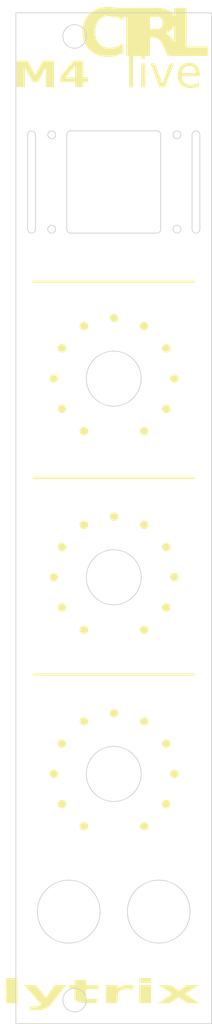
<source format=kicad_pcb>
(kicad_pcb (version 20221018) (generator pcbnew)
  (layers (0 "F.Cu" signal) (31 "B.Cu" signal) (34 "B.Paste" user) (35 "F.Paste" user) (36 "B.SilkS" user "B.Silkscreen") (37 "F.SilkS" user "F.Silkscreen") (38 "B.Mask" user) (39 "F.Mask" user) (44 "Edge.Cuts" user))
  (net 0 "")
  (gr_poly (pts (xy 12.562671 88.494554) (xy 12.590602 88.496678) (xy 12.618127 88.500176) (xy 12.645212 88.505012) (xy 12.671821 88.511154) (xy 12.69792 88.518565) (xy 12.723475 88.527213) (xy 12.748451 88.53706) (xy 12.772814 88.548075) (xy 12.796528 88.560221) (xy 12.81956 88.573464) (xy 12.841875 88.587771) (xy 12.863438 88.603105) (xy 12.884214 88.619433) (xy 12.90417 88.63672) (xy 12.923271 88.654931) (xy 12.941481 88.674032) (xy 12.958768 88.693989) (xy 12.975095 88.714766) (xy 12.990428 88.73633) (xy 13.004734 88.758645) (xy 13.017977 88.781678) (xy 13.030122 88.805393) (xy 13.041136 88.829756) (xy 13.050984 88.854732) (xy 13.05963 88.880288) (xy 13.067041 88.906388) (xy 13.073182 88.932997) (xy 13.078019 88.960082) (xy 13.081516 88.987607) (xy 13.08364 89.015538) (xy 13.084356 89.043841) (xy 13.08364 89.072144) (xy 13.081516 89.100076) (xy 13.078019 89.127601) (xy 13.073182 89.154686) (xy 13.067041 89.181295) (xy 13.05963 89.207395) (xy 13.050984 89.23295) (xy 13.041136 89.257927) (xy 13.030122 89.28229) (xy 13.017977 89.306005) (xy 13.004734 89.329037) (xy 12.990428 89.351353) (xy 12.975095 89.372916) (xy 12.958768 89.393694) (xy 12.941481 89.41365) (xy 12.923271 89.432752) (xy 12.90417 89.450963) (xy 12.884214 89.46825) (xy 12.863438 89.484578) (xy 12.841875 89.499912) (xy 12.81956 89.514218) (xy 12.796528 89.527462) (xy 12.772814 89.539608) (xy 12.748451 89.550622) (xy 12.723475 89.56047) (xy 12.69792 89.569117) (xy 12.671821 89.576529) (xy 12.645212 89.58267) (xy 12.618127 89.587507) (xy 12.590602 89.591005) (xy 12.562671 89.593129) (xy 12.534368 89.593844) (xy 12.506064 89.593129) (xy 12.478131 89.591005) (xy 12.450605 89.587507) (xy 12.423519 89.58267) (xy 12.396909 89.576529) (xy 12.370809 89.569117) (xy 12.345253 89.56047) (xy 12.320276 89.550622) (xy 12.295913 89.539608) (xy 12.272198 89.527462) (xy 12.249165 89.514218) (xy 12.22685 89.499912) (xy 12.205287 89.484578) (xy 12.184509 89.46825) (xy 12.164553 89.450963) (xy 12.145452 89.432752) (xy 12.127241 89.41365) (xy 12.109955 89.393694) (xy 12.093627 89.372916) (xy 12.078293 89.351353) (xy 12.063988 89.329037) (xy 12.050745 89.306005) (xy 12.038599 89.28229) (xy 12.027585 89.257927) (xy 12.017738 89.23295) (xy 12.009091 89.207395) (xy 12.00168 89.181295) (xy 11.995539 89.154686) (xy 11.990702 89.127601) (xy 11.987205 89.100076) (xy 11.985081 89.072144) (xy 11.984365 89.043841) (xy 11.985081 89.015538) (xy 11.987205 88.987607) (xy 11.990702 88.960082) (xy 11.995539 88.932997) (xy 12.00168 88.906388) (xy 12.009091 88.880288) (xy 12.017738 88.854732) (xy 12.027585 88.829756) (xy 12.038599 88.805393) (xy 12.050745 88.781678) (xy 12.063988 88.758645) (xy 12.078293 88.73633) (xy 12.093627 88.714766) (xy 12.109955 88.693989) (xy 12.127241 88.674032) (xy 12.145452 88.654931) (xy 12.164553 88.63672) (xy 12.184509 88.619433) (xy 12.205287 88.603105) (xy 12.22685 88.587771) (xy 12.249165 88.573464) (xy 12.272198 88.560221) (xy 12.295913 88.548075) (xy 12.320276 88.53706) (xy 12.345253 88.527213) (xy 12.370809 88.518565) (xy 12.396909 88.511154) (xy 12.423519 88.505012) (xy 12.450605 88.500176) (xy 12.478131 88.496678) (xy 12.506064 88.494554) (xy 12.534368 88.493838)) (fill solid) (layer "F.SilkS"))
  (gr_poly (pts (xy 19.231067 42.09456) (xy 19.258999 42.096684) (xy 19.286524 42.100182) (xy 19.313608 42.105019) (xy 19.340218 42.11116) (xy 19.366318 42.118571) (xy 19.391873 42.127218) (xy 19.416849 42.137066) (xy 19.441213 42.148081) (xy 19.464928 42.160227) (xy 19.48796 42.17347) (xy 19.510275 42.187776) (xy 19.531839 42.20311) (xy 19.552617 42.219438) (xy 19.572573 42.236724) (xy 19.591674 42.254935) (xy 19.609886 42.274036) (xy 19.627173 42.293992) (xy 19.643501 42.314769) (xy 19.658835 42.336332) (xy 19.673141 42.358647) (xy 19.686384 42.381679) (xy 19.698531 42.405393) (xy 19.709545 42.429756) (xy 19.719393 42.454731) (xy 19.72804 42.480286) (xy 19.735452 42.506384) (xy 19.741593 42.532993) (xy 19.74643 42.560076) (xy 19.749928 42.587601) (xy 19.752052 42.615531) (xy 19.752767 42.643832) (xy 19.752052 42.672135) (xy 19.749928 42.700067) (xy 19.74643 42.727592) (xy 19.741593 42.754677) (xy 19.735452 42.781286) (xy 19.72804 42.807386) (xy 19.719393 42.832941) (xy 19.709545 42.857918) (xy 19.698531 42.882281) (xy 19.686384 42.905996) (xy 19.673141 42.929028) (xy 19.658835 42.951343) (xy 19.643501 42.972907) (xy 19.627173 42.993685) (xy 19.609886 43.013641) (xy 19.591674 43.032742) (xy 19.572573 43.050954) (xy 19.552617 43.068241) (xy 19.531839 43.084569) (xy 19.510275 43.099903) (xy 19.48796 43.114209) (xy 19.464928 43.127453) (xy 19.441213 43.139599) (xy 19.416849 43.150613) (xy 19.391873 43.160461) (xy 19.366318 43.169108) (xy 19.340218 43.17652) (xy 19.313608 43.182661) (xy 19.286524 43.187498) (xy 19.258999 43.190996) (xy 19.231067 43.19312) (xy 19.202764 43.193835) (xy 19.174461 43.19312) (xy 19.14653 43.190996) (xy 19.119004 43.187498) (xy 19.09192 43.182661) (xy 19.06531 43.17652) (xy 19.039211 43.169108) (xy 19.013655 43.160461) (xy 18.988679 43.150613) (xy 18.964316 43.139599) (xy 18.940601 43.127453) (xy 18.917568 43.114209) (xy 18.895253 43.099903) (xy 18.873689 43.084569) (xy 18.852912 43.068241) (xy 18.832955 43.050954) (xy 18.813854 43.032742) (xy 18.795642 43.013641) (xy 18.778356 42.993685) (xy 18.762028 42.972907) (xy 18.746693 42.951343) (xy 18.732387 42.929028) (xy 18.719144 42.905996) (xy 18.706998 42.882281) (xy 18.695983 42.857918) (xy 18.686135 42.832941) (xy 18.677488 42.807386) (xy 18.670077 42.781286) (xy 18.663935 42.754677) (xy 18.659098 42.727592) (xy 18.655601 42.700067) (xy 18.653477 42.672135) (xy 18.652761 42.643832) (xy 18.653477 42.615531) (xy 18.655601 42.587601) (xy 18.659098 42.560076) (xy 18.663935 42.532993) (xy 18.670077 42.506384) (xy 18.677488 42.480286) (xy 18.686135 42.454731) (xy 18.695983 42.429756) (xy 18.706998 42.405393) (xy 18.719144 42.381679) (xy 18.732387 42.358647) (xy 18.746693 42.336332) (xy 18.762028 42.314769) (xy 18.778356 42.293992) (xy 18.795642 42.274036) (xy 18.813854 42.254935) (xy 18.832955 42.236724) (xy 18.852912 42.219438) (xy 18.873689 42.20311) (xy 18.895253 42.187776) (xy 18.917568 42.17347) (xy 18.940601 42.160227) (xy 18.964316 42.148081) (xy 18.988679 42.137066) (xy 19.013655 42.127218) (xy 19.039211 42.118571) (xy 19.06531 42.11116) (xy 19.09192 42.105019) (xy 19.119004 42.100182) (xy 19.14653 42.096684) (xy 19.174461 42.09456) (xy 19.202764 42.093844)) (fill solid) (layer "F.SilkS"))
  (gr_poly (pts (xy 22.875088 84.235417) (xy 2.1329 84.235417) (xy 2.1329 83.969792) (xy 22.875088 83.969792)) (fill solid) (layer "F.SilkS"))
  (gr_poly (pts (xy 12.562671 63.494554) (xy 12.590602 63.496678) (xy 12.618127 63.500176) (xy 12.645212 63.505012) (xy 12.671821 63.511154) (xy 12.69792 63.518565) (xy 12.723475 63.527213) (xy 12.748451 63.53706) (xy 12.772814 63.548075) (xy 12.796528 63.560221) (xy 12.81956 63.573464) (xy 12.841875 63.587771) (xy 12.863438 63.603105) (xy 12.884214 63.619433) (xy 12.90417 63.63672) (xy 12.923271 63.654931) (xy 12.941481 63.674032) (xy 12.958768 63.693989) (xy 12.975095 63.714766) (xy 12.990428 63.73633) (xy 13.004734 63.758645) (xy 13.017977 63.781678) (xy 13.030122 63.805393) (xy 13.041136 63.829756) (xy 13.050984 63.854732) (xy 13.05963 63.880288) (xy 13.067041 63.906388) (xy 13.073182 63.932997) (xy 13.078019 63.960082) (xy 13.081516 63.987607) (xy 13.08364 64.015538) (xy 13.084356 64.043841) (xy 13.08364 64.072144) (xy 13.081516 64.100076) (xy 13.078019 64.127601) (xy 13.073182 64.154686) (xy 13.067041 64.181295) (xy 13.05963 64.207395) (xy 13.050984 64.23295) (xy 13.041136 64.257927) (xy 13.030122 64.28229) (xy 13.017977 64.306005) (xy 13.004734 64.329037) (xy 12.990428 64.351353) (xy 12.975095 64.372916) (xy 12.958768 64.393694) (xy 12.941481 64.41365) (xy 12.923271 64.432752) (xy 12.90417 64.450963) (xy 12.884214 64.46825) (xy 12.863438 64.484578) (xy 12.841875 64.499912) (xy 12.81956 64.514218) (xy 12.796528 64.527462) (xy 12.772814 64.539608) (xy 12.748451 64.550622) (xy 12.723475 64.56047) (xy 12.69792 64.569117) (xy 12.671821 64.576529) (xy 12.645212 64.58267) (xy 12.618127 64.587507) (xy 12.590602 64.591005) (xy 12.562671 64.593129) (xy 12.534368 64.593844) (xy 12.506064 64.593129) (xy 12.478131 64.591005) (xy 12.450605 64.587507) (xy 12.423519 64.58267) (xy 12.396909 64.576529) (xy 12.370809 64.569117) (xy 12.345253 64.56047) (xy 12.320276 64.550622) (xy 12.295913 64.539608) (xy 12.272198 64.527462) (xy 12.249165 64.514218) (xy 12.22685 64.499912) (xy 12.205287 64.484578) (xy 12.184509 64.46825) (xy 12.164553 64.450963) (xy 12.145452 64.432752) (xy 12.127241 64.41365) (xy 12.109955 64.393694) (xy 12.093627 64.372916) (xy 12.078293 64.351353) (xy 12.063988 64.329037) (xy 12.050745 64.306005) (xy 12.038599 64.28229) (xy 12.027585 64.257927) (xy 12.017738 64.23295) (xy 12.009091 64.207395) (xy 12.00168 64.181295) (xy 11.995539 64.154686) (xy 11.990702 64.127601) (xy 11.987205 64.100076) (xy 11.985081 64.072144) (xy 11.984365 64.043841) (xy 11.985081 64.015538) (xy 11.987205 63.987607) (xy 11.990702 63.960082) (xy 11.995539 63.932997) (xy 12.00168 63.906388) (xy 12.009091 63.880288) (xy 12.017738 63.854732) (xy 12.027585 63.829756) (xy 12.038599 63.805393) (xy 12.050745 63.781678) (xy 12.063988 63.758645) (xy 12.078293 63.73633) (xy 12.093627 63.714766) (xy 12.109955 63.693989) (xy 12.127241 63.674032) (xy 12.145452 63.654931) (xy 12.164553 63.63672) (xy 12.184509 63.619433) (xy 12.205287 63.603105) (xy 12.22685 63.587771) (xy 12.249165 63.573464) (xy 12.272198 63.560221) (xy 12.295913 63.548075) (xy 12.320276 63.53706) (xy 12.345253 63.527213) (xy 12.370809 63.518565) (xy 12.396909 63.511154) (xy 12.423519 63.505012) (xy 12.450605 63.500176) (xy 12.478131 63.496678) (xy 12.506064 63.494554) (xy 12.534368 63.493838)) (fill solid) (layer "F.SilkS"))
  (gr_poly (pts (xy 20.262668 96.194551) (xy 20.290599 96.196675) (xy 20.318125 96.200173) (xy 20.345209 96.205009) (xy 20.371819 96.211151) (xy 20.397919 96.218562) (xy 20.423474 96.227209) (xy 20.44845 96.237057) (xy 20.472813 96.248072) (xy 20.496529 96.260218) (xy 20.519561 96.273461) (xy 20.541876 96.287768) (xy 20.56344 96.303102) (xy 20.584217 96.31943) (xy 20.604174 96.336717) (xy 20.623275 96.354928) (xy 20.641487 96.374029) (xy 20.658774 96.393986) (xy 20.675102 96.414763) (xy 20.690436 96.436327) (xy 20.704742 96.458642) (xy 20.717985 96.481675) (xy 20.730132 96.50539) (xy 20.741146 96.529753) (xy 20.750994 96.554729) (xy 20.759641 96.580285) (xy 20.767053 96.606384) (xy 20.773194 96.632994) (xy 20.778031 96.660079) (xy 20.781529 96.687604) (xy 20.783652 96.715535) (xy 20.784368 96.743838) (xy 20.783652 96.772141) (xy 20.781529 96.800073) (xy 20.778031 96.827598) (xy 20.773194 96.854683) (xy 20.767053 96.881292) (xy 20.759641 96.907392) (xy 20.750994 96.932947) (xy 20.741146 96.957924) (xy 20.730132 96.982287) (xy 20.717985 97.006002) (xy 20.704742 97.029034) (xy 20.690436 97.05135) (xy 20.675102 97.072913) (xy 20.658774 97.093691) (xy 20.641487 97.113647) (xy 20.623275 97.132749) (xy 20.604174 97.15096) (xy 20.584217 97.168247) (xy 20.56344 97.184575) (xy 20.541876 97.199909) (xy 20.519561 97.214215) (xy 20.496529 97.227459) (xy 20.472813 97.239605) (xy 20.44845 97.250619) (xy 20.423474 97.260467) (xy 20.397919 97.269114) (xy 20.371819 97.276526) (xy 20.345209 97.282667) (xy 20.318125 97.287504) (xy 20.290599 97.291002) (xy 20.262668 97.293126) (xy 20.234365 97.293841) (xy 20.206062 97.293126) (xy 20.178131 97.291002) (xy 20.150605 97.287504) (xy 20.123521 97.282667) (xy 20.096911 97.276526) (xy 20.070812 97.269114) (xy 20.045256 97.260467) (xy 20.02028 97.250619) (xy 19.995917 97.239605) (xy 19.972202 97.227459) (xy 19.949169 97.214215) (xy 19.926854 97.199909) (xy 19.90529 97.184575) (xy 19.884513 97.168247) (xy 19.864556 97.15096) (xy 19.845455 97.132749) (xy 19.827243 97.113647) (xy 19.809957 97.093691) (xy 19.793629 97.072913) (xy 19.778294 97.05135) (xy 19.763988 97.029034) (xy 19.750745 97.006002) (xy 19.738599 96.982287) (xy 19.727584 96.957924) (xy 19.717736 96.932947) (xy 19.709089 96.907392) (xy 19.701678 96.881292) (xy 19.695536 96.854683) (xy 19.690699 96.827598) (xy 19.687202 96.800073) (xy 19.685078 96.772141) (xy 19.684362 96.743838) (xy 19.685078 96.715535) (xy 19.687202 96.687604) (xy 19.690699 96.660079) (xy 19.695536 96.632994) (xy 19.701678 96.606384) (xy 19.709089 96.580285) (xy 19.717736 96.554729) (xy 19.727584 96.529753) (xy 19.738599 96.50539) (xy 19.750745 96.481675) (xy 19.763988 96.458642) (xy 19.778294 96.436327) (xy 19.793629 96.414763) (xy 19.809957 96.393986) (xy 19.827243 96.374029) (xy 19.845455 96.354928) (xy 19.864556 96.336717) (xy 19.884513 96.31943) (xy 19.90529 96.303102) (xy 19.926854 96.287768) (xy 19.949169 96.273461) (xy 19.972202 96.260218) (xy 19.995917 96.248072) (xy 20.02028 96.237057) (xy 20.045256 96.227209) (xy 20.070812 96.218562) (xy 20.096911 96.211151) (xy 20.123521 96.205009) (xy 20.150605 96.200173) (xy 20.178131 96.196675) (xy 20.206062 96.194551) (xy 20.234365 96.193835)) (fill solid) (layer "F.SilkS"))
  (gr_poly (pts (xy 4.86266 71.194551) (xy 4.890593 71.196675) (xy 4.918119 71.200173) (xy 4.945205 71.205009) (xy 4.971815 71.211151) (xy 4.997915 71.218562) (xy 5.023471 71.227209) (xy 5.048448 71.237057) (xy 5.072811 71.248072) (xy 5.096526 71.260218) (xy 5.119559 71.273461) (xy 5.141874 71.287768) (xy 5.163437 71.303102) (xy 5.184215 71.31943) (xy 5.204171 71.336717) (xy 5.223272 71.354928) (xy 5.241483 71.374029) (xy 5.258769 71.393986) (xy 5.275097 71.414763) (xy 5.290431 71.436327) (xy 5.304736 71.458642) (xy 5.317979 71.481675) (xy 5.330125 71.50539) (xy 5.341139 71.529753) (xy 5.350986 71.554729) (xy 5.359633 71.580285) (xy 5.367044 71.606384) (xy 5.373185 71.632994) (xy 5.378022 71.660079) (xy 5.38152 71.687604) (xy 5.383643 71.715535) (xy 5.384359 71.743838) (xy 5.383643 71.772141) (xy 5.38152 71.800073) (xy 5.378022 71.827598) (xy 5.373185 71.854683) (xy 5.367044 71.881292) (xy 5.359633 71.907392) (xy 5.350986 71.932947) (xy 5.341139 71.957924) (xy 5.330125 71.982287) (xy 5.317979 72.006002) (xy 5.304736 72.029034) (xy 5.290431 72.05135) (xy 5.275097 72.072913) (xy 5.258769 72.093691) (xy 5.241483 72.113647) (xy 5.223272 72.132749) (xy 5.204171 72.15096) (xy 5.184215 72.168247) (xy 5.163437 72.184575) (xy 5.141874 72.199909) (xy 5.119559 72.214215) (xy 5.096526 72.227459) (xy 5.072811 72.239605) (xy 5.048448 72.250619) (xy 5.023471 72.260467) (xy 4.997915 72.269114) (xy 4.971815 72.276526) (xy 4.945205 72.282667) (xy 4.918119 72.287504) (xy 4.890593 72.291002) (xy 4.86266 72.293126) (xy 4.834356 72.293841) (xy 4.806053 72.293126) (xy 4.778122 72.291002) (xy 4.750597 72.287504) (xy 4.723512 72.282667) (xy 4.696903 72.276526) (xy 4.670804 72.269114) (xy 4.645249 72.260467) (xy 4.620273 72.250619) (xy 4.595911 72.239605) (xy 4.572196 72.227459) (xy 4.549164 72.214215) (xy 4.52685 72.199909) (xy 4.505287 72.184575) (xy 4.48451 72.168247) (xy 4.464554 72.15096) (xy 4.445453 72.132749) (xy 4.427243 72.113647) (xy 4.409956 72.093691) (xy 4.393629 72.072913) (xy 4.378296 72.05135) (xy 4.36399 72.029034) (xy 4.350747 72.006002) (xy 4.338602 71.982287) (xy 4.327588 71.957924) (xy 4.317741 71.932947) (xy 4.309094 71.907392) (xy 4.301683 71.881292) (xy 4.295542 71.854683) (xy 4.290705 71.827598) (xy 4.287208 71.800073) (xy 4.285084 71.772141) (xy 4.284368 71.743838) (xy 4.285084 71.715535) (xy 4.287208 71.687604) (xy 4.290705 71.660079) (xy 4.295542 71.632994) (xy 4.301683 71.606384) (xy 4.309094 71.580285) (xy 4.317741 71.554729) (xy 4.327588 71.529753) (xy 4.338602 71.50539) (xy 4.350747 71.481675) (xy 4.36399 71.458642) (xy 4.378296 71.436327) (xy 4.393629 71.414763) (xy 4.409956 71.393986) (xy 4.427243 71.374029) (xy 4.445453 71.354928) (xy 4.464554 71.336717) (xy 4.48451 71.31943) (xy 4.505287 71.303102) (xy 4.52685 71.287768) (xy 4.549164 71.273461) (xy 4.572196 71.260218) (xy 4.595911 71.248072) (xy 4.620273 71.237057) (xy 4.645249 71.227209) (xy 4.670804 71.218562) (xy 4.696903 71.211151) (xy 4.723512 71.205009) (xy 4.750597 71.200173) (xy 4.778122 71.196675) (xy 4.806053 71.194551) (xy 4.834356 71.193835)) (fill solid) (layer "F.SilkS"))
  (gr_poly (pts (xy 5.894275 42.09456) (xy 5.922206 42.096684) (xy 5.949731 42.100182) (xy 5.976816 42.105019) (xy 6.003425 42.11116) (xy 6.029524 42.118571) (xy 6.055079 42.127218) (xy 6.080055 42.137066) (xy 6.104418 42.148081) (xy 6.128132 42.160227) (xy 6.151164 42.17347) (xy 6.173479 42.187776) (xy 6.195042 42.20311) (xy 6.215818 42.219438) (xy 6.235774 42.236724) (xy 6.254875 42.254935) (xy 6.273085 42.274036) (xy 6.290372 42.293992) (xy 6.306699 42.314769) (xy 6.322032 42.336332) (xy 6.336338 42.358647) (xy 6.349581 42.381679) (xy 6.361726 42.405393) (xy 6.37274 42.429756) (xy 6.382588 42.454731) (xy 6.391234 42.480286) (xy 6.398645 42.506384) (xy 6.404786 42.532993) (xy 6.409623 42.560076) (xy 6.413121 42.587601) (xy 6.415244 42.615531) (xy 6.41596 42.643832) (xy 6.415244 42.672135) (xy 6.413121 42.700067) (xy 6.409623 42.727592) (xy 6.404786 42.754677) (xy 6.398645 42.781286) (xy 6.391234 42.807386) (xy 6.382588 42.832941) (xy 6.37274 42.857918) (xy 6.361726 42.882281) (xy 6.349581 42.905996) (xy 6.336338 42.929028) (xy 6.322032 42.951343) (xy 6.306699 42.972907) (xy 6.290372 42.993685) (xy 6.273085 43.013641) (xy 6.254875 43.032742) (xy 6.235774 43.050954) (xy 6.215818 43.068241) (xy 6.195042 43.084569) (xy 6.173479 43.099903) (xy 6.151164 43.114209) (xy 6.128132 43.127453) (xy 6.104418 43.139599) (xy 6.080055 43.150613) (xy 6.055079 43.160461) (xy 6.029524 43.169108) (xy 6.003425 43.17652) (xy 5.976816 43.182661) (xy 5.949731 43.187498) (xy 5.922206 43.190996) (xy 5.894275 43.19312) (xy 5.865972 43.193835) (xy 5.837668 43.19312) (xy 5.809735 43.190996) (xy 5.782209 43.187498) (xy 5.755123 43.182661) (xy 5.728513 43.17652) (xy 5.702413 43.169108) (xy 5.676857 43.160461) (xy 5.65188 43.150613) (xy 5.627517 43.139599) (xy 5.603802 43.127453) (xy 5.580769 43.114209) (xy 5.558454 43.099903) (xy 5.536891 43.084569) (xy 5.516113 43.068241) (xy 5.496157 43.050954) (xy 5.477056 43.032742) (xy 5.458845 43.013641) (xy 5.441559 42.993685) (xy 5.425231 42.972907) (xy 5.409897 42.951343) (xy 5.395592 42.929028) (xy 5.382349 42.905996) (xy 5.370203 42.882281) (xy 5.359189 42.857918) (xy 5.349342 42.832941) (xy 5.340695 42.807386) (xy 5.333284 42.781286) (xy 5.327143 42.754677) (xy 5.322306 42.727592) (xy 5.318809 42.700067) (xy 5.316685 42.672135) (xy 5.315969 42.643832) (xy 5.316685 42.615531) (xy 5.318809 42.587601) (xy 5.322306 42.560076) (xy 5.327143 42.532993) (xy 5.333284 42.506384) (xy 5.340695 42.480286) (xy 5.349342 42.454731) (xy 5.359189 42.429756) (xy 5.370203 42.405393) (xy 5.382349 42.381679) (xy 5.395592 42.358647) (xy 5.409897 42.336332) (xy 5.425231 42.314769) (xy 5.441559 42.293992) (xy 5.458845 42.274036) (xy 5.477056 42.254935) (xy 5.496157 42.236724) (xy 5.516113 42.219438) (xy 5.536891 42.20311) (xy 5.558454 42.187776) (xy 5.580769 42.17347) (xy 5.603802 42.160227) (xy 5.627517 42.148081) (xy 5.65188 42.137066) (xy 5.676857 42.127218) (xy 5.702413 42.118571) (xy 5.728513 42.11116) (xy 5.755123 42.105019) (xy 5.782209 42.100182) (xy 5.809735 42.096684) (xy 5.837668 42.09456) (xy 5.865972 42.093844)) (fill solid) (layer "F.SilkS"))
  (gr_poly (pts (xy 5.894275 67.34456) (xy 5.922206 67.346684) (xy 5.949731 67.350182) (xy 5.976816 67.355019) (xy 6.003425 67.36116) (xy 6.029524 67.368571) (xy 6.055079 67.377218) (xy 6.080055 67.387066) (xy 6.104418 67.398081) (xy 6.128132 67.410227) (xy 6.151164 67.42347) (xy 6.173479 67.437776) (xy 6.195042 67.45311) (xy 6.215818 67.469438) (xy 6.235774 67.486724) (xy 6.254875 67.504935) (xy 6.273085 67.524036) (xy 6.290372 67.543992) (xy 6.306699 67.564769) (xy 6.322032 67.586332) (xy 6.336338 67.608647) (xy 6.349581 67.631679) (xy 6.361726 67.655393) (xy 6.37274 67.679756) (xy 6.382588 67.704731) (xy 6.391234 67.730286) (xy 6.398645 67.756384) (xy 6.404786 67.782993) (xy 6.409623 67.810076) (xy 6.413121 67.837601) (xy 6.415244 67.865531) (xy 6.41596 67.893832) (xy 6.415244 67.922135) (xy 6.413121 67.950067) (xy 6.409623 67.977592) (xy 6.404786 68.004677) (xy 6.398645 68.031286) (xy 6.391234 68.057386) (xy 6.382588 68.082941) (xy 6.37274 68.107918) (xy 6.361726 68.132281) (xy 6.349581 68.155996) (xy 6.336338 68.179028) (xy 6.322032 68.201343) (xy 6.306699 68.222907) (xy 6.290372 68.243685) (xy 6.273085 68.263641) (xy 6.254875 68.282742) (xy 6.235774 68.300954) (xy 6.215818 68.318241) (xy 6.195042 68.334569) (xy 6.173479 68.349903) (xy 6.151164 68.364209) (xy 6.128132 68.377453) (xy 6.104418 68.389599) (xy 6.080055 68.400613) (xy 6.055079 68.410461) (xy 6.029524 68.419108) (xy 6.003425 68.42652) (xy 5.976816 68.432661) (xy 5.949731 68.437498) (xy 5.922206 68.440996) (xy 5.894275 68.44312) (xy 5.865972 68.443835) (xy 5.837668 68.44312) (xy 5.809735 68.440996) (xy 5.782209 68.437498) (xy 5.755123 68.432661) (xy 5.728513 68.42652) (xy 5.702413 68.419108) (xy 5.676857 68.410461) (xy 5.65188 68.400613) (xy 5.627517 68.389599) (xy 5.603802 68.377453) (xy 5.580769 68.364209) (xy 5.558454 68.349903) (xy 5.536891 68.334569) (xy 5.516113 68.318241) (xy 5.496157 68.300954) (xy 5.477056 68.282742) (xy 5.458845 68.263641) (xy 5.441559 68.243685) (xy 5.425231 68.222907) (xy 5.409897 68.201343) (xy 5.395592 68.179028) (xy 5.382349 68.155996) (xy 5.370203 68.132281) (xy 5.359189 68.107918) (xy 5.349342 68.082941) (xy 5.340695 68.057386) (xy 5.333284 68.031286) (xy 5.327143 68.004677) (xy 5.322306 67.977592) (xy 5.318809 67.950067) (xy 5.316685 67.922135) (xy 5.315969 67.893832) (xy 5.316685 67.865531) (xy 5.318809 67.837601) (xy 5.322306 67.810076) (xy 5.327143 67.782993) (xy 5.333284 67.756384) (xy 5.340695 67.730286) (xy 5.349342 67.704731) (xy 5.359189 67.679756) (xy 5.370203 67.655393) (xy 5.382349 67.631679) (xy 5.395592 67.608647) (xy 5.409897 67.586332) (xy 5.425231 67.564769) (xy 5.441559 67.543992) (xy 5.458845 67.524036) (xy 5.477056 67.504935) (xy 5.496157 67.486724) (xy 5.516113 67.469438) (xy 5.536891 67.45311) (xy 5.558454 67.437776) (xy 5.580769 67.42347) (xy 5.603802 67.410227) (xy 5.627517 67.398081) (xy 5.65188 67.387066) (xy 5.676857 67.377218) (xy 5.702413 67.368571) (xy 5.728513 67.36116) (xy 5.755123 67.355019) (xy 5.782209 67.350182) (xy 5.809735 67.346684) (xy 5.837668 67.34456) (xy 5.865972 67.343844)) (fill solid) (layer "F.SilkS"))
  (gr_poly (pts (xy 16.412663 77.862947) (xy 16.440596 77.865071) (xy 16.468122 77.868569) (xy 16.495208 77.873405) (xy 16.521818 77.879547) (xy 16.547918 77.886958) (xy 16.573474 77.895605) (xy 16.598451 77.905453) (xy 16.622814 77.916468) (xy 16.646529 77.928614) (xy 16.669562 77.941857) (xy 16.691877 77.956164) (xy 16.71344 77.971498) (xy 16.734218 77.987826) (xy 16.754174 78.005113) (xy 16.773275 78.023324) (xy 16.791486 78.042425) (xy 16.808773 78.062382) (xy 16.8251 78.083159) (xy 16.840434 78.104723) (xy 16.854739 78.127038) (xy 16.867982 78.150071) (xy 16.880128 78.173786) (xy 16.891142 78.198149) (xy 16.90099 78.223125) (xy 16.909636 78.248681) (xy 16.917047 78.27478) (xy 16.923189 78.30139) (xy 16.928025 78.328475) (xy 16.931523 78.356) (xy 16.933646 78.383931) (xy 16.934362 78.412234) (xy 16.933646 78.440537) (xy 16.931523 78.468469) (xy 16.928025 78.495994) (xy 16.923189 78.523079) (xy 16.917047 78.549688) (xy 16.909636 78.575788) (xy 16.90099 78.601343) (xy 16.891142 78.62632) (xy 16.880128 78.650683) (xy 16.867982 78.674398) (xy 16.854739 78.69743) (xy 16.840434 78.719746) (xy 16.8251 78.741309) (xy 16.808773 78.762087) (xy 16.791486 78.782043) (xy 16.773275 78.801145) (xy 16.754174 78.819356) (xy 16.734218 78.836643) (xy 16.71344 78.852971) (xy 16.691877 78.868305) (xy 16.669562 78.882611) (xy 16.646529 78.895855) (xy 16.622814 78.908001) (xy 16.598451 78.919015) (xy 16.573474 78.928863) (xy 16.547918 78.93751) (xy 16.521818 78.944922) (xy 16.495208 78.951063) (xy 16.468122 78.9559) (xy 16.440596 78.959398) (xy 16.412663 78.961522) (xy 16.384359 78.962237) (xy 16.356056 78.961522) (xy 16.328125 78.959398) (xy 16.300599 78.9559) (xy 16.273515 78.951063) (xy 16.246905 78.944922) (xy 16.220806 78.93751) (xy 16.19525 78.928863) (xy 16.170274 78.919015) (xy 16.145911 78.908001) (xy 16.122196 78.895855) (xy 16.099163 78.882611) (xy 16.076848 78.868305) (xy 16.055284 78.852971) (xy 16.034507 78.836643) (xy 16.01455 78.819356) (xy 15.995449 78.801145) (xy 15.977237 78.782043) (xy 15.95995 78.762087) (xy 15.943623 78.741309) (xy 15.928288 78.719746) (xy 15.913982 78.69743) (xy 15.900739 78.674398) (xy 15.888592 78.650683) (xy 15.877578 78.62632) (xy 15.86773 78.601343) (xy 15.859083 78.575788) (xy 15.851672 78.549688) (xy 15.84553 78.523079) (xy 15.840693 78.495994) (xy 15.837196 78.468469) (xy 15.835072 78.440537) (xy 15.834356 78.412234) (xy 15.835072 78.383931) (xy 15.837196 78.356) (xy 15.840693 78.328475) (xy 15.84553 78.30139) (xy 15.851672 78.27478) (xy 15.859083 78.248681) (xy 15.86773 78.223125) (xy 15.877578 78.198149) (xy 15.888592 78.173786) (xy 15.900739 78.150071) (xy 15.913982 78.127038) (xy 15.928288 78.104723) (xy 15.943623 78.083159) (xy 15.95995 78.062382) (xy 15.977237 78.042425) (xy 15.995449 78.023324) (xy 16.01455 78.005113) (xy 16.034507 77.987826) (xy 16.055284 77.971498) (xy 16.076848 77.956164) (xy 16.099163 77.941857) (xy 16.122196 77.928614) (xy 16.145911 77.916468) (xy 16.170274 77.905453) (xy 16.19525 77.895605) (xy 16.220806 77.886958) (xy 16.246905 77.879547) (xy 16.273515 77.873405) (xy 16.300599 77.868569) (xy 16.328125 77.865071) (xy 16.356056 77.862947) (xy 16.384359 77.862231)) (fill solid) (layer "F.SilkS"))
  (gr_poly (pts (xy 19.231067 92.34456) (xy 19.258999 92.346684) (xy 19.286524 92.350182) (xy 19.313608 92.355019) (xy 19.340218 92.36116) (xy 19.366318 92.368571) (xy 19.391873 92.377218) (xy 19.416849 92.387066) (xy 19.441213 92.398081) (xy 19.464928 92.410227) (xy 19.48796 92.42347) (xy 19.510275 92.437776) (xy 19.531839 92.45311) (xy 19.552617 92.469438) (xy 19.572573 92.486724) (xy 19.591674 92.504935) (xy 19.609886 92.524036) (xy 19.627173 92.543992) (xy 19.643501 92.564769) (xy 19.658835 92.586332) (xy 19.673141 92.608647) (xy 19.686384 92.631679) (xy 19.698531 92.655393) (xy 19.709545 92.679756) (xy 19.719393 92.704731) (xy 19.72804 92.730286) (xy 19.735452 92.756384) (xy 19.741593 92.782993) (xy 19.74643 92.810076) (xy 19.749928 92.837601) (xy 19.752052 92.865531) (xy 19.752767 92.893832) (xy 19.752052 92.922135) (xy 19.749928 92.950067) (xy 19.74643 92.977592) (xy 19.741593 93.004677) (xy 19.735452 93.031286) (xy 19.72804 93.057386) (xy 19.719393 93.082941) (xy 19.709545 93.107918) (xy 19.698531 93.132281) (xy 19.686384 93.155996) (xy 19.673141 93.179028) (xy 19.658835 93.201343) (xy 19.643501 93.222907) (xy 19.627173 93.243685) (xy 19.609886 93.263641) (xy 19.591674 93.282742) (xy 19.572573 93.300954) (xy 19.552617 93.318241) (xy 19.531839 93.334569) (xy 19.510275 93.349903) (xy 19.48796 93.364209) (xy 19.464928 93.377453) (xy 19.441213 93.389599) (xy 19.416849 93.400613) (xy 19.391873 93.410461) (xy 19.366318 93.419108) (xy 19.340218 93.42652) (xy 19.313608 93.432661) (xy 19.286524 93.437498) (xy 19.258999 93.440996) (xy 19.231067 93.44312) (xy 19.202764 93.443835) (xy 19.174461 93.44312) (xy 19.14653 93.440996) (xy 19.119004 93.437498) (xy 19.09192 93.432661) (xy 19.06531 93.42652) (xy 19.039211 93.419108) (xy 19.013655 93.410461) (xy 18.988679 93.400613) (xy 18.964316 93.389599) (xy 18.940601 93.377453) (xy 18.917568 93.364209) (xy 18.895253 93.349903) (xy 18.873689 93.334569) (xy 18.852912 93.318241) (xy 18.832955 93.300954) (xy 18.813854 93.282742) (xy 18.795642 93.263641) (xy 18.778356 93.243685) (xy 18.762028 93.222907) (xy 18.746693 93.201343) (xy 18.732387 93.179028) (xy 18.719144 93.155996) (xy 18.706998 93.132281) (xy 18.695983 93.107918) (xy 18.686135 93.082941) (xy 18.677488 93.057386) (xy 18.670077 93.031286) (xy 18.663935 93.004677) (xy 18.659098 92.977592) (xy 18.655601 92.950067) (xy 18.653477 92.922135) (xy 18.652761 92.893832) (xy 18.653477 92.865531) (xy 18.655601 92.837601) (xy 18.659098 92.810076) (xy 18.663935 92.782993) (xy 18.670077 92.756384) (xy 18.677488 92.730286) (xy 18.686135 92.704731) (xy 18.695983 92.679756) (xy 18.706998 92.655393) (xy 18.719144 92.631679) (xy 18.732387 92.608647) (xy 18.746693 92.586332) (xy 18.762028 92.564769) (xy 18.778356 92.543992) (xy 18.795642 92.524036) (xy 18.813854 92.504935) (xy 18.832955 92.486724) (xy 18.852912 92.469438) (xy 18.873689 92.45311) (xy 18.895253 92.437776) (xy 18.917568 92.42347) (xy 18.940601 92.410227) (xy 18.964316 92.398081) (xy 18.988679 92.387066) (xy 19.013655 92.377218) (xy 19.039211 92.368571) (xy 19.06531 92.36116) (xy 19.09192 92.355019) (xy 19.119004 92.350182) (xy 19.14653 92.346684) (xy 19.174461 92.34456) (xy 19.202764 92.343844)) (fill solid) (layer "F.SilkS"))
  (gr_poly (pts (xy 22.902431 59.235417) (xy 2.160244 59.235417) (xy 2.160244 58.969792) (xy 22.902431 58.969792)) (fill solid) (layer "F.SilkS"))
  (gr_poly (pts (xy 12.562671 38.244554) (xy 12.590602 38.246678) (xy 12.618127 38.250176) (xy 12.645212 38.255012) (xy 12.671821 38.261154) (xy 12.69792 38.268565) (xy 12.723475 38.277213) (xy 12.748451 38.28706) (xy 12.772814 38.298075) (xy 12.796528 38.310221) (xy 12.81956 38.323464) (xy 12.841875 38.337771) (xy 12.863438 38.353105) (xy 12.884214 38.369433) (xy 12.90417 38.38672) (xy 12.923271 38.404931) (xy 12.941481 38.424032) (xy 12.958768 38.443989) (xy 12.975095 38.464766) (xy 12.990428 38.48633) (xy 13.004734 38.508645) (xy 13.017977 38.531678) (xy 13.030122 38.555393) (xy 13.041136 38.579756) (xy 13.050984 38.604732) (xy 13.05963 38.630288) (xy 13.067041 38.656388) (xy 13.073182 38.682997) (xy 13.078019 38.710082) (xy 13.081516 38.737607) (xy 13.08364 38.765538) (xy 13.084356 38.793841) (xy 13.08364 38.822144) (xy 13.081516 38.850076) (xy 13.078019 38.877601) (xy 13.073182 38.904686) (xy 13.067041 38.931295) (xy 13.05963 38.957395) (xy 13.050984 38.98295) (xy 13.041136 39.007927) (xy 13.030122 39.03229) (xy 13.017977 39.056005) (xy 13.004734 39.079037) (xy 12.990428 39.101353) (xy 12.975095 39.122916) (xy 12.958768 39.143694) (xy 12.941481 39.16365) (xy 12.923271 39.182752) (xy 12.90417 39.200963) (xy 12.884214 39.21825) (xy 12.863438 39.234578) (xy 12.841875 39.249912) (xy 12.81956 39.264218) (xy 12.796528 39.277462) (xy 12.772814 39.289608) (xy 12.748451 39.300622) (xy 12.723475 39.31047) (xy 12.69792 39.319117) (xy 12.671821 39.326529) (xy 12.645212 39.33267) (xy 12.618127 39.337507) (xy 12.590602 39.341005) (xy 12.562671 39.343129) (xy 12.534368 39.343844) (xy 12.506064 39.343129) (xy 12.478131 39.341005) (xy 12.450605 39.337507) (xy 12.423519 39.33267) (xy 12.396909 39.326529) (xy 12.370809 39.319117) (xy 12.345253 39.31047) (xy 12.320276 39.300622) (xy 12.295913 39.289608) (xy 12.272198 39.277462) (xy 12.249165 39.264218) (xy 12.22685 39.249912) (xy 12.205287 39.234578) (xy 12.184509 39.21825) (xy 12.164553 39.200963) (xy 12.145452 39.182752) (xy 12.127241 39.16365) (xy 12.109955 39.143694) (xy 12.093627 39.122916) (xy 12.078293 39.101353) (xy 12.063988 39.079037) (xy 12.050745 39.056005) (xy 12.038599 39.03229) (xy 12.027585 39.007927) (xy 12.017738 38.98295) (xy 12.009091 38.957395) (xy 12.00168 38.931295) (xy 11.995539 38.904686) (xy 11.990702 38.877601) (xy 11.987205 38.850076) (xy 11.985081 38.822144) (xy 11.984365 38.793841) (xy 11.985081 38.765538) (xy 11.987205 38.737607) (xy 11.990702 38.710082) (xy 11.995539 38.682997) (xy 12.00168 38.656388) (xy 12.009091 38.630288) (xy 12.017738 38.604732) (xy 12.027585 38.579756) (xy 12.038599 38.555393) (xy 12.050745 38.531678) (xy 12.063988 38.508645) (xy 12.078293 38.48633) (xy 12.093627 38.464766) (xy 12.109955 38.443989) (xy 12.127241 38.424032) (xy 12.145452 38.404931) (xy 12.164553 38.38672) (xy 12.184509 38.369433) (xy 12.205287 38.353105) (xy 12.22685 38.337771) (xy 12.249165 38.323464) (xy 12.272198 38.310221) (xy 12.295913 38.298075) (xy 12.320276 38.28706) (xy 12.345253 38.277213) (xy 12.370809 38.268565) (xy 12.396909 38.261154) (xy 12.423519 38.255012) (xy 12.450605 38.250176) (xy 12.478131 38.246678) (xy 12.506064 38.244554) (xy 12.534368 38.243838)) (fill solid) (layer "F.SilkS"))
  (gr_poly (pts (xy 16.412663 64.526155) (xy 16.440596 64.528279) (xy 16.468122 64.531777) (xy 16.495208 64.536613) (xy 16.521818 64.542755) (xy 16.547918 64.550166) (xy 16.573474 64.558813) (xy 16.598451 64.568661) (xy 16.622814 64.579676) (xy 16.646529 64.591822) (xy 16.669562 64.605065) (xy 16.691877 64.619372) (xy 16.71344 64.634706) (xy 16.734218 64.651034) (xy 16.754174 64.668321) (xy 16.773275 64.686532) (xy 16.791486 64.705633) (xy 16.808773 64.72559) (xy 16.8251 64.746367) (xy 16.840434 64.767931) (xy 16.854739 64.790246) (xy 16.867982 64.813279) (xy 16.880128 64.836994) (xy 16.891142 64.861357) (xy 16.90099 64.886333) (xy 16.909636 64.911889) (xy 16.917047 64.937988) (xy 16.923189 64.964598) (xy 16.928025 64.991683) (xy 16.931523 65.019208) (xy 16.933646 65.047139) (xy 16.934362 65.075442) (xy 16.933646 65.103745) (xy 16.931523 65.131677) (xy 16.928025 65.159202) (xy 16.923189 65.186287) (xy 16.917047 65.212896) (xy 16.909636 65.238996) (xy 16.90099 65.264551) (xy 16.891142 65.289528) (xy 16.880128 65.313891) (xy 16.867982 65.337606) (xy 16.854739 65.360638) (xy 16.840434 65.382954) (xy 16.8251 65.404517) (xy 16.808773 65.425295) (xy 16.791486 65.445251) (xy 16.773275 65.464353) (xy 16.754174 65.482564) (xy 16.734218 65.499851) (xy 16.71344 65.516179) (xy 16.691877 65.531513) (xy 16.669562 65.545819) (xy 16.646529 65.559063) (xy 16.622814 65.571209) (xy 16.598451 65.582223) (xy 16.573474 65.592071) (xy 16.547918 65.600718) (xy 16.521818 65.60813) (xy 16.495208 65.614271) (xy 16.468122 65.619108) (xy 16.440596 65.622606) (xy 16.412663 65.62473) (xy 16.384359 65.625445) (xy 16.356056 65.62473) (xy 16.328125 65.622606) (xy 16.300599 65.619108) (xy 16.273515 65.614271) (xy 16.246905 65.60813) (xy 16.220806 65.600718) (xy 16.19525 65.592071) (xy 16.170274 65.582223) (xy 16.145911 65.571209) (xy 16.122196 65.559063) (xy 16.099163 65.545819) (xy 16.076848 65.531513) (xy 16.055284 65.516179) (xy 16.034507 65.499851) (xy 16.01455 65.482564) (xy 15.995449 65.464353) (xy 15.977237 65.445251) (xy 15.95995 65.425295) (xy 15.943623 65.404517) (xy 15.928288 65.382954) (xy 15.913982 65.360638) (xy 15.900739 65.337606) (xy 15.888592 65.313891) (xy 15.877578 65.289528) (xy 15.86773 65.264551) (xy 15.859083 65.238996) (xy 15.851672 65.212896) (xy 15.84553 65.186287) (xy 15.840693 65.159202) (xy 15.837196 65.131677) (xy 15.835072 65.103745) (xy 15.834356 65.075442) (xy 15.835072 65.047139) (xy 15.837196 65.019208) (xy 15.840693 64.991683) (xy 15.84553 64.964598) (xy 15.851672 64.937988) (xy 15.859083 64.911889) (xy 15.86773 64.886333) (xy 15.877578 64.861357) (xy 15.888592 64.836994) (xy 15.900739 64.813279) (xy 15.913982 64.790246) (xy 15.928288 64.767931) (xy 15.943623 64.746367) (xy 15.95995 64.72559) (xy 15.977237 64.705633) (xy 15.995449 64.686532) (xy 16.01455 64.668321) (xy 16.034507 64.651034) (xy 16.055284 64.634706) (xy 16.076848 64.619372) (xy 16.099163 64.605065) (xy 16.122196 64.591822) (xy 16.145911 64.579676) (xy 16.170274 64.568661) (xy 16.19525 64.558813) (xy 16.220806 64.550166) (xy 16.246905 64.542755) (xy 16.273515 64.536613) (xy 16.300599 64.531777) (xy 16.328125 64.528279) (xy 16.356056 64.526155) (xy 16.384359 64.525439)) (fill solid) (layer "F.SilkS"))
  (gr_poly (pts (xy 16.412663 39.276155) (xy 16.440596 39.278279) (xy 16.468122 39.281777) (xy 16.495208 39.286613) (xy 16.521818 39.292755) (xy 16.547918 39.300166) (xy 16.573474 39.308813) (xy 16.598451 39.318661) (xy 16.622814 39.329676) (xy 16.646529 39.341822) (xy 16.669562 39.355065) (xy 16.691877 39.369372) (xy 16.71344 39.384706) (xy 16.734218 39.401034) (xy 16.754174 39.418321) (xy 16.773275 39.436532) (xy 16.791486 39.455633) (xy 16.808773 39.47559) (xy 16.8251 39.496367) (xy 16.840434 39.517931) (xy 16.854739 39.540246) (xy 16.867982 39.563279) (xy 16.880128 39.586994) (xy 16.891142 39.611357) (xy 16.90099 39.636333) (xy 16.909636 39.661889) (xy 16.917047 39.687988) (xy 16.923189 39.714598) (xy 16.928025 39.741683) (xy 16.931523 39.769208) (xy 16.933646 39.797139) (xy 16.934362 39.825442) (xy 16.933646 39.853745) (xy 16.931523 39.881677) (xy 16.928025 39.909202) (xy 16.923189 39.936287) (xy 16.917047 39.962896) (xy 16.909636 39.988996) (xy 16.90099 40.014551) (xy 16.891142 40.039528) (xy 16.880128 40.063891) (xy 16.867982 40.087606) (xy 16.854739 40.110638) (xy 16.840434 40.132954) (xy 16.8251 40.154517) (xy 16.808773 40.175295) (xy 16.791486 40.195251) (xy 16.773275 40.214353) (xy 16.754174 40.232564) (xy 16.734218 40.249851) (xy 16.71344 40.266179) (xy 16.691877 40.281513) (xy 16.669562 40.295819) (xy 16.646529 40.309063) (xy 16.622814 40.321209) (xy 16.598451 40.332223) (xy 16.573474 40.342071) (xy 16.547918 40.350718) (xy 16.521818 40.35813) (xy 16.495208 40.364271) (xy 16.468122 40.369108) (xy 16.440596 40.372606) (xy 16.412663 40.37473) (xy 16.384359 40.375445) (xy 16.356056 40.37473) (xy 16.328125 40.372606) (xy 16.300599 40.369108) (xy 16.273515 40.364271) (xy 16.246905 40.35813) (xy 16.220806 40.350718) (xy 16.19525 40.342071) (xy 16.170274 40.332223) (xy 16.145911 40.321209) (xy 16.122196 40.309063) (xy 16.099163 40.295819) (xy 16.076848 40.281513) (xy 16.055284 40.266179) (xy 16.034507 40.249851) (xy 16.01455 40.232564) (xy 15.995449 40.214353) (xy 15.977237 40.195251) (xy 15.95995 40.175295) (xy 15.943623 40.154517) (xy 15.928288 40.132954) (xy 15.913982 40.110638) (xy 15.900739 40.087606) (xy 15.888592 40.063891) (xy 15.877578 40.039528) (xy 15.86773 40.014551) (xy 15.859083 39.988996) (xy 15.851672 39.962896) (xy 15.84553 39.936287) (xy 15.840693 39.909202) (xy 15.837196 39.881677) (xy 15.835072 39.853745) (xy 15.834356 39.825442) (xy 15.835072 39.797139) (xy 15.837196 39.769208) (xy 15.840693 39.741683) (xy 15.84553 39.714598) (xy 15.851672 39.687988) (xy 15.859083 39.661889) (xy 15.86773 39.636333) (xy 15.877578 39.611357) (xy 15.888592 39.586994) (xy 15.900739 39.563279) (xy 15.913982 39.540246) (xy 15.928288 39.517931) (xy 15.943623 39.496367) (xy 15.95995 39.47559) (xy 15.977237 39.455633) (xy 15.995449 39.436532) (xy 16.01455 39.418321) (xy 16.034507 39.401034) (xy 16.055284 39.384706) (xy 16.076848 39.369372) (xy 16.099163 39.355065) (xy 16.122196 39.341822) (xy 16.145911 39.329676) (xy 16.170274 39.318661) (xy 16.19525 39.308813) (xy 16.220806 39.300166) (xy 16.246905 39.292755) (xy 16.273515 39.286613) (xy 16.300599 39.281777) (xy 16.328125 39.278279) (xy 16.356056 39.276155) (xy 16.384359 39.275439)) (fill solid) (layer "F.SilkS"))
  (gr_poly (pts (xy 19.231067 100.044557) (xy 19.258999 100.046681) (xy 19.286524 100.050179) (xy 19.313608 100.055016) (xy 19.340218 100.061157) (xy 19.366318 100.068569) (xy 19.391873 100.077216) (xy 19.416849 100.087064) (xy 19.441213 100.098078) (xy 19.464928 100.110224) (xy 19.48796 100.123468) (xy 19.510275 100.137774) (xy 19.531839 100.153108) (xy 19.552617 100.169436) (xy 19.572573 100.186723) (xy 19.591674 100.204934) (xy 19.609886 100.224035) (xy 19.627173 100.243992) (xy 19.643501 100.264769) (xy 19.658835 100.286333) (xy 19.673141 100.308649) (xy 19.686384 100.331681) (xy 19.698531 100.355396) (xy 19.709545 100.379759) (xy 19.719393 100.404736) (xy 19.72804 100.430291) (xy 19.735452 100.456391) (xy 19.741593 100.483) (xy 19.74643 100.510085) (xy 19.749928 100.53761) (xy 19.752052 100.565541) (xy 19.752767 100.593844) (xy 19.752052 100.622146) (xy 19.749928 100.650076) (xy 19.74643 100.6776) (xy 19.741593 100.704684) (xy 19.735452 100.731292) (xy 19.72804 100.757391) (xy 19.719393 100.782945) (xy 19.709545 100.807921) (xy 19.698531 100.832283) (xy 19.686384 100.855998) (xy 19.673141 100.879029) (xy 19.658835 100.901344) (xy 19.643501 100.922907) (xy 19.627173 100.943684) (xy 19.609886 100.96364) (xy 19.591674 100.982741) (xy 19.572573 101.000952) (xy 19.552617 101.018239) (xy 19.531839 101.034567) (xy 19.510275 101.049901) (xy 19.48796 101.064207) (xy 19.464928 101.07745) (xy 19.441213 101.089596) (xy 19.416849 101.10061) (xy 19.391873 101.110458) (xy 19.366318 101.119105) (xy 19.340218 101.126517) (xy 19.313608 101.132658) (xy 19.286524 101.137495) (xy 19.258999 101.140993) (xy 19.231067 101.143117) (xy 19.202764 101.143832) (xy 19.174461 101.143117) (xy 19.14653 101.140993) (xy 19.119004 101.137495) (xy 19.09192 101.132658) (xy 19.06531 101.126517) (xy 19.039211 101.119105) (xy 19.013655 101.110458) (xy 18.988679 101.10061) (xy 18.964316 101.089596) (xy 18.940601 101.07745) (xy 18.917568 101.064207) (xy 18.895253 101.049901) (xy 18.873689 101.034567) (xy 18.852912 101.018239) (xy 18.832955 101.000952) (xy 18.813854 100.982741) (xy 18.795642 100.96364) (xy 18.778356 100.943684) (xy 18.762028 100.922907) (xy 18.746693 100.901344) (xy 18.732387 100.879029) (xy 18.719144 100.855998) (xy 18.706998 100.832283) (xy 18.695983 100.807921) (xy 18.686135 100.782945) (xy 18.677488 100.757391) (xy 18.670077 100.731292) (xy 18.663935 100.704684) (xy 18.659098 100.6776) (xy 18.655601 100.650076) (xy 18.653477 100.622146) (xy 18.652761 100.593844) (xy 18.653477 100.565541) (xy 18.655601 100.53761) (xy 18.659098 100.510085) (xy 18.663935 100.483) (xy 18.670077 100.456391) (xy 18.677488 100.430291) (xy 18.686135 100.404736) (xy 18.695983 100.379759) (xy 18.706998 100.355396) (xy 18.719144 100.331681) (xy 18.732387 100.308649) (xy 18.746693 100.286333) (xy 18.762028 100.264769) (xy 18.778356 100.243992) (xy 18.795642 100.224035) (xy 18.813854 100.204934) (xy 18.832955 100.186723) (xy 18.852912 100.169436) (xy 18.873689 100.153108) (xy 18.895253 100.137774) (xy 18.917568 100.123468) (xy 18.940601 100.110224) (xy 18.964316 100.098078) (xy 18.988679 100.087064) (xy 19.013655 100.077216) (xy 19.039211 100.068569) (xy 19.06531 100.061157) (xy 19.09192 100.055016) (xy 19.119004 100.050179) (xy 19.14653 100.046681) (xy 19.174461 100.044557) (xy 19.202764 100.043841)) (fill solid) (layer "F.SilkS"))
  (gr_poly (pts (xy 19.231067 49.794557) (xy 19.258999 49.796681) (xy 19.286524 49.800179) (xy 19.313608 49.805016) (xy 19.340218 49.811157) (xy 19.366318 49.818569) (xy 19.391873 49.827216) (xy 19.416849 49.837064) (xy 19.441213 49.848078) (xy 19.464928 49.860224) (xy 19.48796 49.873468) (xy 19.510275 49.887774) (xy 19.531839 49.903108) (xy 19.552617 49.919436) (xy 19.572573 49.936723) (xy 19.591674 49.954934) (xy 19.609886 49.974035) (xy 19.627173 49.993992) (xy 19.643501 50.014769) (xy 19.658835 50.036333) (xy 19.673141 50.058649) (xy 19.686384 50.081681) (xy 19.698531 50.105396) (xy 19.709545 50.129759) (xy 19.719393 50.154736) (xy 19.72804 50.180291) (xy 19.735452 50.206391) (xy 19.741593 50.233) (xy 19.74643 50.260085) (xy 19.749928 50.28761) (xy 19.752052 50.315541) (xy 19.752767 50.343844) (xy 19.752052 50.372146) (xy 19.749928 50.400076) (xy 19.74643 50.4276) (xy 19.741593 50.454684) (xy 19.735452 50.481292) (xy 19.72804 50.507391) (xy 19.719393 50.532945) (xy 19.709545 50.557921) (xy 19.698531 50.582283) (xy 19.686384 50.605998) (xy 19.673141 50.629029) (xy 19.658835 50.651344) (xy 19.643501 50.672907) (xy 19.627173 50.693684) (xy 19.609886 50.71364) (xy 19.591674 50.732741) (xy 19.572573 50.750952) (xy 19.552617 50.768239) (xy 19.531839 50.784567) (xy 19.510275 50.799901) (xy 19.48796 50.814207) (xy 19.464928 50.82745) (xy 19.441213 50.839596) (xy 19.416849 50.85061) (xy 19.391873 50.860458) (xy 19.366318 50.869105) (xy 19.340218 50.876517) (xy 19.313608 50.882658) (xy 19.286524 50.887495) (xy 19.258999 50.890993) (xy 19.231067 50.893117) (xy 19.202764 50.893832) (xy 19.174461 50.893117) (xy 19.14653 50.890993) (xy 19.119004 50.887495) (xy 19.09192 50.882658) (xy 19.06531 50.876517) (xy 19.039211 50.869105) (xy 19.013655 50.860458) (xy 18.988679 50.85061) (xy 18.964316 50.839596) (xy 18.940601 50.82745) (xy 18.917568 50.814207) (xy 18.895253 50.799901) (xy 18.873689 50.784567) (xy 18.852912 50.768239) (xy 18.832955 50.750952) (xy 18.813854 50.732741) (xy 18.795642 50.71364) (xy 18.778356 50.693684) (xy 18.762028 50.672907) (xy 18.746693 50.651344) (xy 18.732387 50.629029) (xy 18.719144 50.605998) (xy 18.706998 50.582283) (xy 18.695983 50.557921) (xy 18.686135 50.532945) (xy 18.677488 50.507391) (xy 18.670077 50.481292) (xy 18.663935 50.454684) (xy 18.659098 50.4276) (xy 18.655601 50.400076) (xy 18.653477 50.372146) (xy 18.652761 50.343844) (xy 18.653477 50.315541) (xy 18.655601 50.28761) (xy 18.659098 50.260085) (xy 18.663935 50.233) (xy 18.670077 50.206391) (xy 18.677488 50.180291) (xy 18.686135 50.154736) (xy 18.695983 50.129759) (xy 18.706998 50.105396) (xy 18.719144 50.081681) (xy 18.732387 50.058649) (xy 18.746693 50.036333) (xy 18.762028 50.014769) (xy 18.778356 49.993992) (xy 18.795642 49.974035) (xy 18.813854 49.954934) (xy 18.832955 49.936723) (xy 18.852912 49.919436) (xy 18.873689 49.903108) (xy 18.895253 49.887774) (xy 18.917568 49.873468) (xy 18.940601 49.860224) (xy 18.964316 49.848078) (xy 18.988679 49.837064) (xy 19.013655 49.827216) (xy 19.039211 49.818569) (xy 19.06531 49.811157) (xy 19.09192 49.805016) (xy 19.119004 49.800179) (xy 19.14653 49.796681) (xy 19.174461 49.794557) (xy 19.202764 49.793841)) (fill solid) (layer "F.SilkS"))
  (gr_poly (pts (xy 19.231067 75.044557) (xy 19.258999 75.046681) (xy 19.286524 75.050179) (xy 19.313608 75.055016) (xy 19.340218 75.061157) (xy 19.366318 75.068569) (xy 19.391873 75.077216) (xy 19.416849 75.087064) (xy 19.441213 75.098078) (xy 19.464928 75.110224) (xy 19.48796 75.123468) (xy 19.510275 75.137774) (xy 19.531839 75.153108) (xy 19.552617 75.169436) (xy 19.572573 75.186723) (xy 19.591674 75.204934) (xy 19.609886 75.224035) (xy 19.627173 75.243992) (xy 19.643501 75.264769) (xy 19.658835 75.286333) (xy 19.673141 75.308649) (xy 19.686384 75.331681) (xy 19.698531 75.355396) (xy 19.709545 75.379759) (xy 19.719393 75.404736) (xy 19.72804 75.430291) (xy 19.735452 75.456391) (xy 19.741593 75.483) (xy 19.74643 75.510085) (xy 19.749928 75.53761) (xy 19.752052 75.565541) (xy 19.752767 75.593844) (xy 19.752052 75.622146) (xy 19.749928 75.650076) (xy 19.74643 75.6776) (xy 19.741593 75.704684) (xy 19.735452 75.731292) (xy 19.72804 75.757391) (xy 19.719393 75.782945) (xy 19.709545 75.807921) (xy 19.698531 75.832283) (xy 19.686384 75.855998) (xy 19.673141 75.879029) (xy 19.658835 75.901344) (xy 19.643501 75.922907) (xy 19.627173 75.943684) (xy 19.609886 75.96364) (xy 19.591674 75.982741) (xy 19.572573 76.000952) (xy 19.552617 76.018239) (xy 19.531839 76.034567) (xy 19.510275 76.049901) (xy 19.48796 76.064207) (xy 19.464928 76.07745) (xy 19.441213 76.089596) (xy 19.416849 76.10061) (xy 19.391873 76.110458) (xy 19.366318 76.119105) (xy 19.340218 76.126517) (xy 19.313608 76.132658) (xy 19.286524 76.137495) (xy 19.258999 76.140993) (xy 19.231067 76.143117) (xy 19.202764 76.143832) (xy 19.174461 76.143117) (xy 19.14653 76.140993) (xy 19.119004 76.137495) (xy 19.09192 76.132658) (xy 19.06531 76.126517) (xy 19.039211 76.119105) (xy 19.013655 76.110458) (xy 18.988679 76.10061) (xy 18.964316 76.089596) (xy 18.940601 76.07745) (xy 18.917568 76.064207) (xy 18.895253 76.049901) (xy 18.873689 76.034567) (xy 18.852912 76.018239) (xy 18.832955 76.000952) (xy 18.813854 75.982741) (xy 18.795642 75.96364) (xy 18.778356 75.943684) (xy 18.762028 75.922907) (xy 18.746693 75.901344) (xy 18.732387 75.879029) (xy 18.719144 75.855998) (xy 18.706998 75.832283) (xy 18.695983 75.807921) (xy 18.686135 75.782945) (xy 18.677488 75.757391) (xy 18.670077 75.731292) (xy 18.663935 75.704684) (xy 18.659098 75.6776) (xy 18.655601 75.650076) (xy 18.653477 75.622146) (xy 18.652761 75.593844) (xy 18.653477 75.565541) (xy 18.655601 75.53761) (xy 18.659098 75.510085) (xy 18.663935 75.483) (xy 18.670077 75.456391) (xy 18.677488 75.430291) (xy 18.686135 75.404736) (xy 18.695983 75.379759) (xy 18.706998 75.355396) (xy 18.719144 75.331681) (xy 18.732387 75.308649) (xy 18.746693 75.286333) (xy 18.762028 75.264769) (xy 18.778356 75.243992) (xy 18.795642 75.224035) (xy 18.813854 75.204934) (xy 18.832955 75.186723) (xy 18.852912 75.169436) (xy 18.873689 75.153108) (xy 18.895253 75.137774) (xy 18.917568 75.123468) (xy 18.940601 75.110224) (xy 18.964316 75.098078) (xy 18.988679 75.087064) (xy 19.013655 75.077216) (xy 19.039211 75.068569) (xy 19.06531 75.061157) (xy 19.09192 75.055016) (xy 19.119004 75.050179) (xy 19.14653 75.046681) (xy 19.174461 75.044557) (xy 19.202764 75.043841)) (fill solid) (layer "F.SilkS"))
  (gr_poly (pts (xy 16.412663 102.862947) (xy 16.440596 102.865071) (xy 16.468122 102.868569) (xy 16.495208 102.873405) (xy 16.521818 102.879547) (xy 16.547918 102.886958) (xy 16.573474 102.895605) (xy 16.598451 102.905453) (xy 16.622814 102.916468) (xy 16.646529 102.928614) (xy 16.669562 102.941857) (xy 16.691877 102.956164) (xy 16.71344 102.971498) (xy 16.734218 102.987826) (xy 16.754174 103.005113) (xy 16.773275 103.023324) (xy 16.791486 103.042425) (xy 16.808773 103.062382) (xy 16.8251 103.083159) (xy 16.840434 103.104723) (xy 16.854739 103.127038) (xy 16.867982 103.150071) (xy 16.880128 103.173786) (xy 16.891142 103.198149) (xy 16.90099 103.223125) (xy 16.909636 103.248681) (xy 16.917047 103.27478) (xy 16.923189 103.30139) (xy 16.928025 103.328475) (xy 16.931523 103.356) (xy 16.933646 103.383931) (xy 16.934362 103.412234) (xy 16.933646 103.440537) (xy 16.931523 103.468469) (xy 16.928025 103.495994) (xy 16.923189 103.523079) (xy 16.917047 103.549688) (xy 16.909636 103.575788) (xy 16.90099 103.601343) (xy 16.891142 103.62632) (xy 16.880128 103.650683) (xy 16.867982 103.674398) (xy 16.854739 103.69743) (xy 16.840434 103.719746) (xy 16.8251 103.741309) (xy 16.808773 103.762087) (xy 16.791486 103.782043) (xy 16.773275 103.801145) (xy 16.754174 103.819356) (xy 16.734218 103.836643) (xy 16.71344 103.852971) (xy 16.691877 103.868305) (xy 16.669562 103.882611) (xy 16.646529 103.895855) (xy 16.622814 103.908001) (xy 16.598451 103.919015) (xy 16.573474 103.928863) (xy 16.547918 103.93751) (xy 16.521818 103.944922) (xy 16.495208 103.951063) (xy 16.468122 103.9559) (xy 16.440596 103.959398) (xy 16.412663 103.961522) (xy 16.384359 103.962237) (xy 16.356056 103.961522) (xy 16.328125 103.959398) (xy 16.300599 103.9559) (xy 16.273515 103.951063) (xy 16.246905 103.944922) (xy 16.220806 103.93751) (xy 16.19525 103.928863) (xy 16.170274 103.919015) (xy 16.145911 103.908001) (xy 16.122196 103.895855) (xy 16.099163 103.882611) (xy 16.076848 103.868305) (xy 16.055284 103.852971) (xy 16.034507 103.836643) (xy 16.01455 103.819356) (xy 15.995449 103.801145) (xy 15.977237 103.782043) (xy 15.95995 103.762087) (xy 15.943623 103.741309) (xy 15.928288 103.719746) (xy 15.913982 103.69743) (xy 15.900739 103.674398) (xy 15.888592 103.650683) (xy 15.877578 103.62632) (xy 15.86773 103.601343) (xy 15.859083 103.575788) (xy 15.851672 103.549688) (xy 15.84553 103.523079) (xy 15.840693 103.495994) (xy 15.837196 103.468469) (xy 15.835072 103.440537) (xy 15.834356 103.412234) (xy 15.835072 103.383931) (xy 15.837196 103.356) (xy 15.840693 103.328475) (xy 15.84553 103.30139) (xy 15.851672 103.27478) (xy 15.859083 103.248681) (xy 15.86773 103.223125) (xy 15.877578 103.198149) (xy 15.888592 103.173786) (xy 15.900739 103.150071) (xy 15.913982 103.127038) (xy 15.928288 103.104723) (xy 15.943623 103.083159) (xy 15.95995 103.062382) (xy 15.977237 103.042425) (xy 15.995449 103.023324) (xy 16.01455 103.005113) (xy 16.034507 102.987826) (xy 16.055284 102.971498) (xy 16.076848 102.956164) (xy 16.099163 102.941857) (xy 16.122196 102.928614) (xy 16.145911 102.916468) (xy 16.170274 102.905453) (xy 16.19525 102.895605) (xy 16.220806 102.886958) (xy 16.246905 102.879547) (xy 16.273515 102.873405) (xy 16.300599 102.868569) (xy 16.328125 102.865071) (xy 16.356056 102.862947) (xy 16.384359 102.862231)) (fill solid) (layer "F.SilkS"))
  (gr_poly (pts (xy 20.262668 71.194551) (xy 20.290599 71.196675) (xy 20.318125 71.200173) (xy 20.345209 71.205009) (xy 20.371819 71.211151) (xy 20.397919 71.218562) (xy 20.423474 71.227209) (xy 20.44845 71.237057) (xy 20.472813 71.248072) (xy 20.496529 71.260218) (xy 20.519561 71.273461) (xy 20.541876 71.287768) (xy 20.56344 71.303102) (xy 20.584217 71.31943) (xy 20.604174 71.336717) (xy 20.623275 71.354928) (xy 20.641487 71.374029) (xy 20.658774 71.393986) (xy 20.675102 71.414763) (xy 20.690436 71.436327) (xy 20.704742 71.458642) (xy 20.717985 71.481675) (xy 20.730132 71.50539) (xy 20.741146 71.529753) (xy 20.750994 71.554729) (xy 20.759641 71.580285) (xy 20.767053 71.606384) (xy 20.773194 71.632994) (xy 20.778031 71.660079) (xy 20.781529 71.687604) (xy 20.783652 71.715535) (xy 20.784368 71.743838) (xy 20.783652 71.772141) (xy 20.781529 71.800073) (xy 20.778031 71.827598) (xy 20.773194 71.854683) (xy 20.767053 71.881292) (xy 20.759641 71.907392) (xy 20.750994 71.932947) (xy 20.741146 71.957924) (xy 20.730132 71.982287) (xy 20.717985 72.006002) (xy 20.704742 72.029034) (xy 20.690436 72.05135) (xy 20.675102 72.072913) (xy 20.658774 72.093691) (xy 20.641487 72.113647) (xy 20.623275 72.132749) (xy 20.604174 72.15096) (xy 20.584217 72.168247) (xy 20.56344 72.184575) (xy 20.541876 72.199909) (xy 20.519561 72.214215) (xy 20.496529 72.227459) (xy 20.472813 72.239605) (xy 20.44845 72.250619) (xy 20.423474 72.260467) (xy 20.397919 72.269114) (xy 20.371819 72.276526) (xy 20.345209 72.282667) (xy 20.318125 72.287504) (xy 20.290599 72.291002) (xy 20.262668 72.293126) (xy 20.234365 72.293841) (xy 20.206062 72.293126) (xy 20.178131 72.291002) (xy 20.150605 72.287504) (xy 20.123521 72.282667) (xy 20.096911 72.276526) (xy 20.070812 72.269114) (xy 20.045256 72.260467) (xy 20.02028 72.250619) (xy 19.995917 72.239605) (xy 19.972202 72.227459) (xy 19.949169 72.214215) (xy 19.926854 72.199909) (xy 19.90529 72.184575) (xy 19.884513 72.168247) (xy 19.864556 72.15096) (xy 19.845455 72.132749) (xy 19.827243 72.113647) (xy 19.809957 72.093691) (xy 19.793629 72.072913) (xy 19.778294 72.05135) (xy 19.763988 72.029034) (xy 19.750745 72.006002) (xy 19.738599 71.982287) (xy 19.727584 71.957924) (xy 19.717736 71.932947) (xy 19.709089 71.907392) (xy 19.701678 71.881292) (xy 19.695536 71.854683) (xy 19.690699 71.827598) (xy 19.687202 71.800073) (xy 19.685078 71.772141) (xy 19.684362 71.743838) (xy 19.685078 71.715535) (xy 19.687202 71.687604) (xy 19.690699 71.660079) (xy 19.695536 71.632994) (xy 19.701678 71.606384) (xy 19.709089 71.580285) (xy 19.717736 71.554729) (xy 19.727584 71.529753) (xy 19.738599 71.50539) (xy 19.750745 71.481675) (xy 19.763988 71.458642) (xy 19.778294 71.436327) (xy 19.793629 71.414763) (xy 19.809957 71.393986) (xy 19.827243 71.374029) (xy 19.845455 71.354928) (xy 19.864556 71.336717) (xy 19.884513 71.31943) (xy 19.90529 71.303102) (xy 19.926854 71.287768) (xy 19.949169 71.273461) (xy 19.972202 71.260218) (xy 19.995917 71.248072) (xy 20.02028 71.237057) (xy 20.045256 71.227209) (xy 20.070812 71.218562) (xy 20.096911 71.211151) (xy 20.123521 71.205009) (xy 20.150605 71.200173) (xy 20.178131 71.196675) (xy 20.206062 71.194551) (xy 20.234365 71.193835)) (fill solid) (layer "F.SilkS"))
  (gr_poly (pts (xy 5.894275 49.794557) (xy 5.922206 49.796681) (xy 5.949731 49.800179) (xy 5.976816 49.805016) (xy 6.003425 49.811157) (xy 6.029524 49.818569) (xy 6.055079 49.827216) (xy 6.080055 49.837064) (xy 6.104418 49.848078) (xy 6.128132 49.860224) (xy 6.151164 49.873468) (xy 6.173479 49.887774) (xy 6.195042 49.903108) (xy 6.215818 49.919436) (xy 6.235774 49.936723) (xy 6.254875 49.954934) (xy 6.273085 49.974035) (xy 6.290372 49.993992) (xy 6.306699 50.014769) (xy 6.322032 50.036333) (xy 6.336338 50.058649) (xy 6.349581 50.081681) (xy 6.361726 50.105396) (xy 6.37274 50.129759) (xy 6.382588 50.154736) (xy 6.391234 50.180291) (xy 6.398645 50.206391) (xy 6.404786 50.233) (xy 6.409623 50.260085) (xy 6.413121 50.28761) (xy 6.415244 50.315541) (xy 6.41596 50.343844) (xy 6.415244 50.372146) (xy 6.413121 50.400076) (xy 6.409623 50.4276) (xy 6.404786 50.454684) (xy 6.398645 50.481292) (xy 6.391234 50.507391) (xy 6.382588 50.532945) (xy 6.37274 50.557921) (xy 6.361726 50.582283) (xy 6.349581 50.605998) (xy 6.336338 50.629029) (xy 6.322032 50.651344) (xy 6.306699 50.672907) (xy 6.290372 50.693684) (xy 6.273085 50.71364) (xy 6.254875 50.732741) (xy 6.235774 50.750952) (xy 6.215818 50.768239) (xy 6.195042 50.784567) (xy 6.173479 50.799901) (xy 6.151164 50.814207) (xy 6.128132 50.82745) (xy 6.104418 50.839596) (xy 6.080055 50.85061) (xy 6.055079 50.860458) (xy 6.029524 50.869105) (xy 6.003425 50.876517) (xy 5.976816 50.882658) (xy 5.949731 50.887495) (xy 5.922206 50.890993) (xy 5.894275 50.893117) (xy 5.865972 50.893832) (xy 5.837668 50.893117) (xy 5.809735 50.890993) (xy 5.782209 50.887495) (xy 5.755123 50.882658) (xy 5.728513 50.876517) (xy 5.702413 50.869105) (xy 5.676857 50.860458) (xy 5.65188 50.85061) (xy 5.627517 50.839596) (xy 5.603802 50.82745) (xy 5.580769 50.814207) (xy 5.558454 50.799901) (xy 5.536891 50.784567) (xy 5.516113 50.768239) (xy 5.496157 50.750952) (xy 5.477056 50.732741) (xy 5.458845 50.71364) (xy 5.441559 50.693684) (xy 5.425231 50.672907) (xy 5.409897 50.651344) (xy 5.395592 50.629029) (xy 5.382349 50.605998) (xy 5.370203 50.582283) (xy 5.359189 50.557921) (xy 5.349342 50.532945) (xy 5.340695 50.507391) (xy 5.333284 50.481292) (xy 5.327143 50.454684) (xy 5.322306 50.4276) (xy 5.318809 50.400076) (xy 5.316685 50.372146) (xy 5.315969 50.343844) (xy 5.316685 50.315541) (xy 5.318809 50.28761) (xy 5.322306 50.260085) (xy 5.327143 50.233) (xy 5.333284 50.206391) (xy 5.340695 50.180291) (xy 5.349342 50.154736) (xy 5.359189 50.129759) (xy 5.370203 50.105396) (xy 5.382349 50.081681) (xy 5.395592 50.058649) (xy 5.409897 50.036333) (xy 5.425231 50.014769) (xy 5.441559 49.993992) (xy 5.458845 49.974035) (xy 5.477056 49.954934) (xy 5.496157 49.936723) (xy 5.516113 49.919436) (xy 5.536891 49.903108) (xy 5.558454 49.887774) (xy 5.580769 49.873468) (xy 5.603802 49.860224) (xy 5.627517 49.848078) (xy 5.65188 49.837064) (xy 5.676857 49.827216) (xy 5.702413 49.818569) (xy 5.728513 49.811157) (xy 5.755123 49.805016) (xy 5.782209 49.800179) (xy 5.809735 49.796681) (xy 5.837668 49.794557) (xy 5.865972 49.793841)) (fill solid) (layer "F.SilkS"))
  (gr_poly (pts (xy 22.847744 34.297917) (xy 2.105556 34.297917) (xy 2.105556 34.034245) (xy 22.847744 34.034245)) (fill solid) (layer "F.SilkS"))
  (gr_poly (pts (xy 19.231067 67.34456) (xy 19.258999 67.346684) (xy 19.286524 67.350182) (xy 19.313608 67.355019) (xy 19.340218 67.36116) (xy 19.366318 67.368571) (xy 19.391873 67.377218) (xy 19.416849 67.387066) (xy 19.441213 67.398081) (xy 19.464928 67.410227) (xy 19.48796 67.42347) (xy 19.510275 67.437776) (xy 19.531839 67.45311) (xy 19.552617 67.469438) (xy 19.572573 67.486724) (xy 19.591674 67.504935) (xy 19.609886 67.524036) (xy 19.627173 67.543992) (xy 19.643501 67.564769) (xy 19.658835 67.586332) (xy 19.673141 67.608647) (xy 19.686384 67.631679) (xy 19.698531 67.655393) (xy 19.709545 67.679756) (xy 19.719393 67.704731) (xy 19.72804 67.730286) (xy 19.735452 67.756384) (xy 19.741593 67.782993) (xy 19.74643 67.810076) (xy 19.749928 67.837601) (xy 19.752052 67.865531) (xy 19.752767 67.893832) (xy 19.752052 67.922135) (xy 19.749928 67.950067) (xy 19.74643 67.977592) (xy 19.741593 68.004677) (xy 19.735452 68.031286) (xy 19.72804 68.057386) (xy 19.719393 68.082941) (xy 19.709545 68.107918) (xy 19.698531 68.132281) (xy 19.686384 68.155996) (xy 19.673141 68.179028) (xy 19.658835 68.201343) (xy 19.643501 68.222907) (xy 19.627173 68.243685) (xy 19.609886 68.263641) (xy 19.591674 68.282742) (xy 19.572573 68.300954) (xy 19.552617 68.318241) (xy 19.531839 68.334569) (xy 19.510275 68.349903) (xy 19.48796 68.364209) (xy 19.464928 68.377453) (xy 19.441213 68.389599) (xy 19.416849 68.400613) (xy 19.391873 68.410461) (xy 19.366318 68.419108) (xy 19.340218 68.42652) (xy 19.313608 68.432661) (xy 19.286524 68.437498) (xy 19.258999 68.440996) (xy 19.231067 68.44312) (xy 19.202764 68.443835) (xy 19.174461 68.44312) (xy 19.14653 68.440996) (xy 19.119004 68.437498) (xy 19.09192 68.432661) (xy 19.06531 68.42652) (xy 19.039211 68.419108) (xy 19.013655 68.410461) (xy 18.988679 68.400613) (xy 18.964316 68.389599) (xy 18.940601 68.377453) (xy 18.917568 68.364209) (xy 18.895253 68.349903) (xy 18.873689 68.334569) (xy 18.852912 68.318241) (xy 18.832955 68.300954) (xy 18.813854 68.282742) (xy 18.795642 68.263641) (xy 18.778356 68.243685) (xy 18.762028 68.222907) (xy 18.746693 68.201343) (xy 18.732387 68.179028) (xy 18.719144 68.155996) (xy 18.706998 68.132281) (xy 18.695983 68.107918) (xy 18.686135 68.082941) (xy 18.677488 68.057386) (xy 18.670077 68.031286) (xy 18.663935 68.004677) (xy 18.659098 67.977592) (xy 18.655601 67.950067) (xy 18.653477 67.922135) (xy 18.652761 67.893832) (xy 18.653477 67.865531) (xy 18.655601 67.837601) (xy 18.659098 67.810076) (xy 18.663935 67.782993) (xy 18.670077 67.756384) (xy 18.677488 67.730286) (xy 18.686135 67.704731) (xy 18.695983 67.679756) (xy 18.706998 67.655393) (xy 18.719144 67.631679) (xy 18.732387 67.608647) (xy 18.746693 67.586332) (xy 18.762028 67.564769) (xy 18.778356 67.543992) (xy 18.795642 67.524036) (xy 18.813854 67.504935) (xy 18.832955 67.486724) (xy 18.852912 67.469438) (xy 18.873689 67.45311) (xy 18.895253 67.437776) (xy 18.917568 67.42347) (xy 18.940601 67.410227) (xy 18.964316 67.398081) (xy 18.988679 67.387066) (xy 19.013655 67.377218) (xy 19.039211 67.368571) (xy 19.06531 67.36116) (xy 19.09192 67.355019) (xy 19.119004 67.350182) (xy 19.14653 67.346684) (xy 19.174461 67.34456) (xy 19.202764 67.343844)) (fill solid) (layer "F.SilkS"))
  (gr_poly (pts (xy 5.894275 100.044557) (xy 5.922206 100.046681) (xy 5.949731 100.050179) (xy 5.976816 100.055016) (xy 6.003425 100.061157) (xy 6.029524 100.068569) (xy 6.055079 100.077216) (xy 6.080055 100.087064) (xy 6.104418 100.098078) (xy 6.128132 100.110224) (xy 6.151164 100.123468) (xy 6.173479 100.137774) (xy 6.195042 100.153108) (xy 6.215818 100.169436) (xy 6.235774 100.186723) (xy 6.254875 100.204934) (xy 6.273085 100.224035) (xy 6.290372 100.243992) (xy 6.306699 100.264769) (xy 6.322032 100.286333) (xy 6.336338 100.308649) (xy 6.349581 100.331681) (xy 6.361726 100.355396) (xy 6.37274 100.379759) (xy 6.382588 100.404736) (xy 6.391234 100.430291) (xy 6.398645 100.456391) (xy 6.404786 100.483) (xy 6.409623 100.510085) (xy 6.413121 100.53761) (xy 6.415244 100.565541) (xy 6.41596 100.593844) (xy 6.415244 100.622146) (xy 6.413121 100.650076) (xy 6.409623 100.6776) (xy 6.404786 100.704684) (xy 6.398645 100.731292) (xy 6.391234 100.757391) (xy 6.382588 100.782945) (xy 6.37274 100.807921) (xy 6.361726 100.832283) (xy 6.349581 100.855998) (xy 6.336338 100.879029) (xy 6.322032 100.901344) (xy 6.306699 100.922907) (xy 6.290372 100.943684) (xy 6.273085 100.96364) (xy 6.254875 100.982741) (xy 6.235774 101.000952) (xy 6.215818 101.018239) (xy 6.195042 101.034567) (xy 6.173479 101.049901) (xy 6.151164 101.064207) (xy 6.128132 101.07745) (xy 6.104418 101.089596) (xy 6.080055 101.10061) (xy 6.055079 101.110458) (xy 6.029524 101.119105) (xy 6.003425 101.126517) (xy 5.976816 101.132658) (xy 5.949731 101.137495) (xy 5.922206 101.140993) (xy 5.894275 101.143117) (xy 5.865972 101.143832) (xy 5.837668 101.143117) (xy 5.809735 101.140993) (xy 5.782209 101.137495) (xy 5.755123 101.132658) (xy 5.728513 101.126517) (xy 5.702413 101.119105) (xy 5.676857 101.110458) (xy 5.65188 101.10061) (xy 5.627517 101.089596) (xy 5.603802 101.07745) (xy 5.580769 101.064207) (xy 5.558454 101.049901) (xy 5.536891 101.034567) (xy 5.516113 101.018239) (xy 5.496157 101.000952) (xy 5.477056 100.982741) (xy 5.458845 100.96364) (xy 5.441559 100.943684) (xy 5.425231 100.922907) (xy 5.409897 100.901344) (xy 5.395592 100.879029) (xy 5.382349 100.855998) (xy 5.370203 100.832283) (xy 5.359189 100.807921) (xy 5.349342 100.782945) (xy 5.340695 100.757391) (xy 5.333284 100.731292) (xy 5.327143 100.704684) (xy 5.322306 100.6776) (xy 5.318809 100.650076) (xy 5.316685 100.622146) (xy 5.315969 100.593844) (xy 5.316685 100.565541) (xy 5.318809 100.53761) (xy 5.322306 100.510085) (xy 5.327143 100.483) (xy 5.333284 100.456391) (xy 5.340695 100.430291) (xy 5.349342 100.404736) (xy 5.359189 100.379759) (xy 5.370203 100.355396) (xy 5.382349 100.331681) (xy 5.395592 100.308649) (xy 5.409897 100.286333) (xy 5.425231 100.264769) (xy 5.441559 100.243992) (xy 5.458845 100.224035) (xy 5.477056 100.204934) (xy 5.496157 100.186723) (xy 5.516113 100.169436) (xy 5.536891 100.153108) (xy 5.558454 100.137774) (xy 5.580769 100.123468) (xy 5.603802 100.110224) (xy 5.627517 100.098078) (xy 5.65188 100.087064) (xy 5.676857 100.077216) (xy 5.702413 100.068569) (xy 5.728513 100.061157) (xy 5.755123 100.055016) (xy 5.782209 100.050179) (xy 5.809735 100.046681) (xy 5.837668 100.044557) (xy 5.865972 100.043841)) (fill solid) (layer "F.SilkS"))
  (gr_poly (pts (xy 8.712665 39.276155) (xy 8.740596 39.278279) (xy 8.768122 39.281777) (xy 8.795206 39.286613) (xy 8.821816 39.292755) (xy 8.847916 39.300166) (xy 8.873471 39.308813) (xy 8.898447 39.318661) (xy 8.92281 39.329676) (xy 8.946525 39.341822) (xy 8.969558 39.355065) (xy 8.991873 39.369372) (xy 9.013437 39.384706) (xy 9.034214 39.401034) (xy 9.054171 39.418321) (xy 9.073272 39.436532) (xy 9.091484 39.455633) (xy 9.108771 39.47559) (xy 9.125099 39.496367) (xy 9.140433 39.517931) (xy 9.154739 39.540246) (xy 9.167982 39.563279) (xy 9.180129 39.586994) (xy 9.191143 39.611357) (xy 9.200991 39.636333) (xy 9.209638 39.661889) (xy 9.217049 39.687988) (xy 9.223191 39.714598) (xy 9.228028 39.741683) (xy 9.231525 39.769208) (xy 9.233649 39.797139) (xy 9.234365 39.825442) (xy 9.233649 39.853745) (xy 9.231525 39.881677) (xy 9.228028 39.909202) (xy 9.223191 39.936287) (xy 9.217049 39.962896) (xy 9.209638 39.988996) (xy 9.200991 40.014551) (xy 9.191143 40.039528) (xy 9.180129 40.063891) (xy 9.167982 40.087606) (xy 9.154739 40.110638) (xy 9.140433 40.132954) (xy 9.125099 40.154517) (xy 9.108771 40.175295) (xy 9.091484 40.195251) (xy 9.073272 40.214353) (xy 9.054171 40.232564) (xy 9.034214 40.249851) (xy 9.013437 40.266179) (xy 8.991873 40.281513) (xy 8.969558 40.295819) (xy 8.946525 40.309063) (xy 8.92281 40.321209) (xy 8.898447 40.332223) (xy 8.873471 40.342071) (xy 8.847916 40.350718) (xy 8.821816 40.35813) (xy 8.795206 40.364271) (xy 8.768122 40.369108) (xy 8.740596 40.372606) (xy 8.712665 40.37473) (xy 8.684362 40.375445) (xy 8.656059 40.37473) (xy 8.628128 40.372606) (xy 8.600602 40.369108) (xy 8.573518 40.364271) (xy 8.546908 40.35813) (xy 8.520809 40.350718) (xy 8.495253 40.342071) (xy 8.470277 40.332223) (xy 8.445914 40.321209) (xy 8.422199 40.309063) (xy 8.399166 40.295819) (xy 8.376851 40.281513) (xy 8.355287 40.266179) (xy 8.33451 40.249851) (xy 8.314553 40.232564) (xy 8.295452 40.214353) (xy 8.27724 40.195251) (xy 8.259953 40.175295) (xy 8.243626 40.154517) (xy 8.228291 40.132954) (xy 8.213985 40.110638) (xy 8.200742 40.087606) (xy 8.188596 40.063891) (xy 8.177581 40.039528) (xy 8.167733 40.014551) (xy 8.159086 39.988996) (xy 8.151675 39.962896) (xy 8.145533 39.936287) (xy 8.140696 39.909202) (xy 8.137199 39.881677) (xy 8.135075 39.853745) (xy 8.134359 39.825442) (xy 8.135075 39.797139) (xy 8.137199 39.769208) (xy 8.140696 39.741683) (xy 8.145533 39.714598) (xy 8.151675 39.687988) (xy 8.159086 39.661889) (xy 8.167733 39.636333) (xy 8.177581 39.611357) (xy 8.188596 39.586994) (xy 8.200742 39.563279) (xy 8.213985 39.540246) (xy 8.228291 39.517931) (xy 8.243626 39.496367) (xy 8.259953 39.47559) (xy 8.27724 39.455633) (xy 8.295452 39.436532) (xy 8.314553 39.418321) (xy 8.33451 39.401034) (xy 8.355287 39.384706) (xy 8.376851 39.369372) (xy 8.399166 39.355065) (xy 8.422199 39.341822) (xy 8.445914 39.329676) (xy 8.470277 39.318661) (xy 8.495253 39.308813) (xy 8.520809 39.300166) (xy 8.546908 39.292755) (xy 8.573518 39.286613) (xy 8.600602 39.281777) (xy 8.628128 39.278279) (xy 8.656059 39.276155) (xy 8.684362 39.275439)) (fill solid) (layer "F.SilkS"))
  (gr_poly (pts (xy 8.712665 52.612947) (xy 8.740596 52.615071) (xy 8.768122 52.618569) (xy 8.795206 52.623405) (xy 8.821816 52.629547) (xy 8.847916 52.636958) (xy 8.873471 52.645605) (xy 8.898447 52.655453) (xy 8.92281 52.666468) (xy 8.946525 52.678614) (xy 8.969558 52.691857) (xy 8.991873 52.706164) (xy 9.013437 52.721498) (xy 9.034214 52.737826) (xy 9.054171 52.755113) (xy 9.073272 52.773324) (xy 9.091484 52.792425) (xy 9.108771 52.812382) (xy 9.125099 52.833159) (xy 9.140433 52.854723) (xy 9.154739 52.877038) (xy 9.167982 52.900071) (xy 9.180129 52.923786) (xy 9.191143 52.948149) (xy 9.200991 52.973125) (xy 9.209638 52.998681) (xy 9.217049 53.02478) (xy 9.223191 53.05139) (xy 9.228028 53.078475) (xy 9.231525 53.106) (xy 9.233649 53.133931) (xy 9.234365 53.162234) (xy 9.233649 53.190537) (xy 9.231525 53.218469) (xy 9.228028 53.245994) (xy 9.223191 53.273079) (xy 9.217049 53.299688) (xy 9.209638 53.325788) (xy 9.200991 53.351343) (xy 9.191143 53.37632) (xy 9.180129 53.400683) (xy 9.167982 53.424398) (xy 9.154739 53.44743) (xy 9.140433 53.469746) (xy 9.125099 53.491309) (xy 9.108771 53.512087) (xy 9.091484 53.532043) (xy 9.073272 53.551145) (xy 9.054171 53.569356) (xy 9.034214 53.586643) (xy 9.013437 53.602971) (xy 8.991873 53.618305) (xy 8.969558 53.632611) (xy 8.946525 53.645855) (xy 8.92281 53.658001) (xy 8.898447 53.669015) (xy 8.873471 53.678863) (xy 8.847916 53.68751) (xy 8.821816 53.694922) (xy 8.795206 53.701063) (xy 8.768122 53.7059) (xy 8.740596 53.709398) (xy 8.712665 53.711522) (xy 8.684362 53.712237) (xy 8.656059 53.711522) (xy 8.628128 53.709398) (xy 8.600602 53.7059) (xy 8.573518 53.701063) (xy 8.546908 53.694922) (xy 8.520809 53.68751) (xy 8.495253 53.678863) (xy 8.470277 53.669015) (xy 8.445914 53.658001) (xy 8.422199 53.645855) (xy 8.399166 53.632611) (xy 8.376851 53.618305) (xy 8.355287 53.602971) (xy 8.33451 53.586643) (xy 8.314553 53.569356) (xy 8.295452 53.551145) (xy 8.27724 53.532043) (xy 8.259953 53.512087) (xy 8.243626 53.491309) (xy 8.228291 53.469746) (xy 8.213985 53.44743) (xy 8.200742 53.424398) (xy 8.188596 53.400683) (xy 8.177581 53.37632) (xy 8.167733 53.351343) (xy 8.159086 53.325788) (xy 8.151675 53.299688) (xy 8.145533 53.273079) (xy 8.140696 53.245994) (xy 8.137199 53.218469) (xy 8.135075 53.190537) (xy 8.134359 53.162234) (xy 8.135075 53.133931) (xy 8.137199 53.106) (xy 8.140696 53.078475) (xy 8.145533 53.05139) (xy 8.151675 53.02478) (xy 8.159086 52.998681) (xy 8.167733 52.973125) (xy 8.177581 52.948149) (xy 8.188596 52.923786) (xy 8.200742 52.900071) (xy 8.213985 52.877038) (xy 8.228291 52.854723) (xy 8.243626 52.833159) (xy 8.259953 52.812382) (xy 8.27724 52.792425) (xy 8.295452 52.773324) (xy 8.314553 52.755113) (xy 8.33451 52.737826) (xy 8.355287 52.721498) (xy 8.376851 52.706164) (xy 8.399166 52.691857) (xy 8.422199 52.678614) (xy 8.445914 52.666468) (xy 8.470277 52.655453) (xy 8.495253 52.645605) (xy 8.520809 52.636958) (xy 8.546908 52.629547) (xy 8.573518 52.623405) (xy 8.600602 52.618569) (xy 8.628128 52.615071) (xy 8.656059 52.612947) (xy 8.684362 52.612231)) (fill solid) (layer "F.SilkS"))
  (gr_poly (pts (xy 8.712665 89.526155) (xy 8.740596 89.528279) (xy 8.768122 89.531777) (xy 8.795206 89.536613) (xy 8.821816 89.542755) (xy 8.847916 89.550166) (xy 8.873471 89.558813) (xy 8.898447 89.568661) (xy 8.92281 89.579676) (xy 8.946525 89.591822) (xy 8.969558 89.605065) (xy 8.991873 89.619372) (xy 9.013437 89.634706) (xy 9.034214 89.651034) (xy 9.054171 89.668321) (xy 9.073272 89.686532) (xy 9.091484 89.705633) (xy 9.108771 89.72559) (xy 9.125099 89.746367) (xy 9.140433 89.767931) (xy 9.154739 89.790246) (xy 9.167982 89.813279) (xy 9.180129 89.836994) (xy 9.191143 89.861357) (xy 9.200991 89.886333) (xy 9.209638 89.911889) (xy 9.217049 89.937988) (xy 9.223191 89.964598) (xy 9.228028 89.991683) (xy 9.231525 90.019208) (xy 9.233649 90.047139) (xy 9.234365 90.075442) (xy 9.233649 90.103745) (xy 9.231525 90.131677) (xy 9.228028 90.159202) (xy 9.223191 90.186287) (xy 9.217049 90.212896) (xy 9.209638 90.238996) (xy 9.200991 90.264551) (xy 9.191143 90.289528) (xy 9.180129 90.313891) (xy 9.167982 90.337606) (xy 9.154739 90.360638) (xy 9.140433 90.382954) (xy 9.125099 90.404517) (xy 9.108771 90.425295) (xy 9.091484 90.445251) (xy 9.073272 90.464353) (xy 9.054171 90.482564) (xy 9.034214 90.499851) (xy 9.013437 90.516179) (xy 8.991873 90.531513) (xy 8.969558 90.545819) (xy 8.946525 90.559063) (xy 8.92281 90.571209) (xy 8.898447 90.582223) (xy 8.873471 90.592071) (xy 8.847916 90.600718) (xy 8.821816 90.60813) (xy 8.795206 90.614271) (xy 8.768122 90.619108) (xy 8.740596 90.622606) (xy 8.712665 90.62473) (xy 8.684362 90.625445) (xy 8.656059 90.62473) (xy 8.628128 90.622606) (xy 8.600602 90.619108) (xy 8.573518 90.614271) (xy 8.546908 90.60813) (xy 8.520809 90.600718) (xy 8.495253 90.592071) (xy 8.470277 90.582223) (xy 8.445914 90.571209) (xy 8.422199 90.559063) (xy 8.399166 90.545819) (xy 8.376851 90.531513) (xy 8.355287 90.516179) (xy 8.33451 90.499851) (xy 8.314553 90.482564) (xy 8.295452 90.464353) (xy 8.27724 90.445251) (xy 8.259953 90.425295) (xy 8.243626 90.404517) (xy 8.228291 90.382954) (xy 8.213985 90.360638) (xy 8.200742 90.337606) (xy 8.188596 90.313891) (xy 8.177581 90.289528) (xy 8.167733 90.264551) (xy 8.159086 90.238996) (xy 8.151675 90.212896) (xy 8.145533 90.186287) (xy 8.140696 90.159202) (xy 8.137199 90.131677) (xy 8.135075 90.103745) (xy 8.134359 90.075442) (xy 8.135075 90.047139) (xy 8.137199 90.019208) (xy 8.140696 89.991683) (xy 8.145533 89.964598) (xy 8.151675 89.937988) (xy 8.159086 89.911889) (xy 8.167733 89.886333) (xy 8.177581 89.861357) (xy 8.188596 89.836994) (xy 8.200742 89.813279) (xy 8.213985 89.790246) (xy 8.228291 89.767931) (xy 8.243626 89.746367) (xy 8.259953 89.72559) (xy 8.27724 89.705633) (xy 8.295452 89.686532) (xy 8.314553 89.668321) (xy 8.33451 89.651034) (xy 8.355287 89.634706) (xy 8.376851 89.619372) (xy 8.399166 89.605065) (xy 8.422199 89.591822) (xy 8.445914 89.579676) (xy 8.470277 89.568661) (xy 8.495253 89.558813) (xy 8.520809 89.550166) (xy 8.546908 89.542755) (xy 8.573518 89.536613) (xy 8.600602 89.531777) (xy 8.628128 89.528279) (xy 8.656059 89.526155) (xy 8.684362 89.525439)) (fill solid) (layer "F.SilkS"))
  (gr_poly (pts (xy 8.712665 102.862947) (xy 8.740596 102.865071) (xy 8.768122 102.868569) (xy 8.795206 102.873405) (xy 8.821816 102.879547) (xy 8.847916 102.886958) (xy 8.873471 102.895605) (xy 8.898447 102.905453) (xy 8.92281 102.916468) (xy 8.946525 102.928614) (xy 8.969558 102.941857) (xy 8.991873 102.956164) (xy 9.013437 102.971498) (xy 9.034214 102.987826) (xy 9.054171 103.005113) (xy 9.073272 103.023324) (xy 9.091484 103.042425) (xy 9.108771 103.062382) (xy 9.125099 103.083159) (xy 9.140433 103.104723) (xy 9.154739 103.127038) (xy 9.167982 103.150071) (xy 9.180129 103.173786) (xy 9.191143 103.198149) (xy 9.200991 103.223125) (xy 9.209638 103.248681) (xy 9.217049 103.27478) (xy 9.223191 103.30139) (xy 9.228028 103.328475) (xy 9.231525 103.356) (xy 9.233649 103.383931) (xy 9.234365 103.412234) (xy 9.233649 103.440537) (xy 9.231525 103.468469) (xy 9.228028 103.495994) (xy 9.223191 103.523079) (xy 9.217049 103.549688) (xy 9.209638 103.575788) (xy 9.200991 103.601343) (xy 9.191143 103.62632) (xy 9.180129 103.650683) (xy 9.167982 103.674398) (xy 9.154739 103.69743) (xy 9.140433 103.719746) (xy 9.125099 103.741309) (xy 9.108771 103.762087) (xy 9.091484 103.782043) (xy 9.073272 103.801145) (xy 9.054171 103.819356) (xy 9.034214 103.836643) (xy 9.013437 103.852971) (xy 8.991873 103.868305) (xy 8.969558 103.882611) (xy 8.946525 103.895855) (xy 8.92281 103.908001) (xy 8.898447 103.919015) (xy 8.873471 103.928863) (xy 8.847916 103.93751) (xy 8.821816 103.944922) (xy 8.795206 103.951063) (xy 8.768122 103.9559) (xy 8.740596 103.959398) (xy 8.712665 103.961522) (xy 8.684362 103.962237) (xy 8.656059 103.961522) (xy 8.628128 103.959398) (xy 8.600602 103.9559) (xy 8.573518 103.951063) (xy 8.546908 103.944922) (xy 8.520809 103.93751) (xy 8.495253 103.928863) (xy 8.470277 103.919015) (xy 8.445914 103.908001) (xy 8.422199 103.895855) (xy 8.399166 103.882611) (xy 8.376851 103.868305) (xy 8.355287 103.852971) (xy 8.33451 103.836643) (xy 8.314553 103.819356) (xy 8.295452 103.801145) (xy 8.27724 103.782043) (xy 8.259953 103.762087) (xy 8.243626 103.741309) (xy 8.228291 103.719746) (xy 8.213985 103.69743) (xy 8.200742 103.674398) (xy 8.188596 103.650683) (xy 8.177581 103.62632) (xy 8.167733 103.601343) (xy 8.159086 103.575788) (xy 8.151675 103.549688) (xy 8.145533 103.523079) (xy 8.140696 103.495994) (xy 8.137199 103.468469) (xy 8.135075 103.440537) (xy 8.134359 103.412234) (xy 8.135075 103.383931) (xy 8.137199 103.356) (xy 8.140696 103.328475) (xy 8.145533 103.30139) (xy 8.151675 103.27478) (xy 8.159086 103.248681) (xy 8.167733 103.223125) (xy 8.177581 103.198149) (xy 8.188596 103.173786) (xy 8.200742 103.150071) (xy 8.213985 103.127038) (xy 8.228291 103.104723) (xy 8.243626 103.083159) (xy 8.259953 103.062382) (xy 8.27724 103.042425) (xy 8.295452 103.023324) (xy 8.314553 103.005113) (xy 8.33451 102.987826) (xy 8.355287 102.971498) (xy 8.376851 102.956164) (xy 8.399166 102.941857) (xy 8.422199 102.928614) (xy 8.445914 102.916468) (xy 8.470277 102.905453) (xy 8.495253 102.895605) (xy 8.520809 102.886958) (xy 8.546908 102.879547) (xy 8.573518 102.873405) (xy 8.600602 102.868569) (xy 8.628128 102.865071) (xy 8.656059 102.862947) (xy 8.684362 102.862231)) (fill solid) (layer "F.SilkS"))
  (gr_poly (pts (xy 8.712665 64.526155) (xy 8.740596 64.528279) (xy 8.768122 64.531777) (xy 8.795206 64.536613) (xy 8.821816 64.542755) (xy 8.847916 64.550166) (xy 8.873471 64.558813) (xy 8.898447 64.568661) (xy 8.92281 64.579676) (xy 8.946525 64.591822) (xy 8.969558 64.605065) (xy 8.991873 64.619372) (xy 9.013437 64.634706) (xy 9.034214 64.651034) (xy 9.054171 64.668321) (xy 9.073272 64.686532) (xy 9.091484 64.705633) (xy 9.108771 64.72559) (xy 9.125099 64.746367) (xy 9.140433 64.767931) (xy 9.154739 64.790246) (xy 9.167982 64.813279) (xy 9.180129 64.836994) (xy 9.191143 64.861357) (xy 9.200991 64.886333) (xy 9.209638 64.911889) (xy 9.217049 64.937988) (xy 9.223191 64.964598) (xy 9.228028 64.991683) (xy 9.231525 65.019208) (xy 9.233649 65.047139) (xy 9.234365 65.075442) (xy 9.233649 65.103745) (xy 9.231525 65.131677) (xy 9.228028 65.159202) (xy 9.223191 65.186287) (xy 9.217049 65.212896) (xy 9.209638 65.238996) (xy 9.200991 65.264551) (xy 9.191143 65.289528) (xy 9.180129 65.313891) (xy 9.167982 65.337606) (xy 9.154739 65.360638) (xy 9.140433 65.382954) (xy 9.125099 65.404517) (xy 9.108771 65.425295) (xy 9.091484 65.445251) (xy 9.073272 65.464353) (xy 9.054171 65.482564) (xy 9.034214 65.499851) (xy 9.013437 65.516179) (xy 8.991873 65.531513) (xy 8.969558 65.545819) (xy 8.946525 65.559063) (xy 8.92281 65.571209) (xy 8.898447 65.582223) (xy 8.873471 65.592071) (xy 8.847916 65.600718) (xy 8.821816 65.60813) (xy 8.795206 65.614271) (xy 8.768122 65.619108) (xy 8.740596 65.622606) (xy 8.712665 65.62473) (xy 8.684362 65.625445) (xy 8.656059 65.62473) (xy 8.628128 65.622606) (xy 8.600602 65.619108) (xy 8.573518 65.614271) (xy 8.546908 65.60813) (xy 8.520809 65.600718) (xy 8.495253 65.592071) (xy 8.470277 65.582223) (xy 8.445914 65.571209) (xy 8.422199 65.559063) (xy 8.399166 65.545819) (xy 8.376851 65.531513) (xy 8.355287 65.516179) (xy 8.33451 65.499851) (xy 8.314553 65.482564) (xy 8.295452 65.464353) (xy 8.27724 65.445251) (xy 8.259953 65.425295) (xy 8.243626 65.404517) (xy 8.228291 65.382954) (xy 8.213985 65.360638) (xy 8.200742 65.337606) (xy 8.188596 65.313891) (xy 8.177581 65.289528) (xy 8.167733 65.264551) (xy 8.159086 65.238996) (xy 8.151675 65.212896) (xy 8.145533 65.186287) (xy 8.140696 65.159202) (xy 8.137199 65.131677) (xy 8.135075 65.103745) (xy 8.134359 65.075442) (xy 8.135075 65.047139) (xy 8.137199 65.019208) (xy 8.140696 64.991683) (xy 8.145533 64.964598) (xy 8.151675 64.937988) (xy 8.159086 64.911889) (xy 8.167733 64.886333) (xy 8.177581 64.861357) (xy 8.188596 64.836994) (xy 8.200742 64.813279) (xy 8.213985 64.790246) (xy 8.228291 64.767931) (xy 8.243626 64.746367) (xy 8.259953 64.72559) (xy 8.27724 64.705633) (xy 8.295452 64.686532) (xy 8.314553 64.668321) (xy 8.33451 64.651034) (xy 8.355287 64.634706) (xy 8.376851 64.619372) (xy 8.399166 64.605065) (xy 8.422199 64.591822) (xy 8.445914 64.579676) (xy 8.470277 64.568661) (xy 8.495253 64.558813) (xy 8.520809 64.550166) (xy 8.546908 64.542755) (xy 8.573518 64.536613) (xy 8.600602 64.531777) (xy 8.628128 64.528279) (xy 8.656059 64.526155) (xy 8.684362 64.525439)) (fill solid) (layer "F.SilkS"))
  (gr_poly (pts (xy 5.894275 75.044557) (xy 5.922206 75.046681) (xy 5.949731 75.050179) (xy 5.976816 75.055016) (xy 6.003425 75.061157) (xy 6.029524 75.068569) (xy 6.055079 75.077216) (xy 6.080055 75.087064) (xy 6.104418 75.098078) (xy 6.128132 75.110224) (xy 6.151164 75.123468) (xy 6.173479 75.137774) (xy 6.195042 75.153108) (xy 6.215818 75.169436) (xy 6.235774 75.186723) (xy 6.254875 75.204934) (xy 6.273085 75.224035) (xy 6.290372 75.243992) (xy 6.306699 75.264769) (xy 6.322032 75.286333) (xy 6.336338 75.308649) (xy 6.349581 75.331681) (xy 6.361726 75.355396) (xy 6.37274 75.379759) (xy 6.382588 75.404736) (xy 6.391234 75.430291) (xy 6.398645 75.456391) (xy 6.404786 75.483) (xy 6.409623 75.510085) (xy 6.413121 75.53761) (xy 6.415244 75.565541) (xy 6.41596 75.593844) (xy 6.415244 75.622146) (xy 6.413121 75.650076) (xy 6.409623 75.6776) (xy 6.404786 75.704684) (xy 6.398645 75.731292) (xy 6.391234 75.757391) (xy 6.382588 75.782945) (xy 6.37274 75.807921) (xy 6.361726 75.832283) (xy 6.349581 75.855998) (xy 6.336338 75.879029) (xy 6.322032 75.901344) (xy 6.306699 75.922907) (xy 6.290372 75.943684) (xy 6.273085 75.96364) (xy 6.254875 75.982741) (xy 6.235774 76.000952) (xy 6.215818 76.018239) (xy 6.195042 76.034567) (xy 6.173479 76.049901) (xy 6.151164 76.064207) (xy 6.128132 76.07745) (xy 6.104418 76.089596) (xy 6.080055 76.10061) (xy 6.055079 76.110458) (xy 6.029524 76.119105) (xy 6.003425 76.126517) (xy 5.976816 76.132658) (xy 5.949731 76.137495) (xy 5.922206 76.140993) (xy 5.894275 76.143117) (xy 5.865972 76.143832) (xy 5.837668 76.143117) (xy 5.809735 76.140993) (xy 5.782209 76.137495) (xy 5.755123 76.132658) (xy 5.728513 76.126517) (xy 5.702413 76.119105) (xy 5.676857 76.110458) (xy 5.65188 76.10061) (xy 5.627517 76.089596) (xy 5.603802 76.07745) (xy 5.580769 76.064207) (xy 5.558454 76.049901) (xy 5.536891 76.034567) (xy 5.516113 76.018239) (xy 5.496157 76.000952) (xy 5.477056 75.982741) (xy 5.458845 75.96364) (xy 5.441559 75.943684) (xy 5.425231 75.922907) (xy 5.409897 75.901344) (xy 5.395592 75.879029) (xy 5.382349 75.855998) (xy 5.370203 75.832283) (xy 5.359189 75.807921) (xy 5.349342 75.782945) (xy 5.340695 75.757391) (xy 5.333284 75.731292) (xy 5.327143 75.704684) (xy 5.322306 75.6776) (xy 5.318809 75.650076) (xy 5.316685 75.622146) (xy 5.315969 75.593844) (xy 5.316685 75.565541) (xy 5.318809 75.53761) (xy 5.322306 75.510085) (xy 5.327143 75.483) (xy 5.333284 75.456391) (xy 5.340695 75.430291) (xy 5.349342 75.404736) (xy 5.359189 75.379759) (xy 5.370203 75.355396) (xy 5.382349 75.331681) (xy 5.395592 75.308649) (xy 5.409897 75.286333) (xy 5.425231 75.264769) (xy 5.441559 75.243992) (xy 5.458845 75.224035) (xy 5.477056 75.204934) (xy 5.496157 75.186723) (xy 5.516113 75.169436) (xy 5.536891 75.153108) (xy 5.558454 75.137774) (xy 5.580769 75.123468) (xy 5.603802 75.110224) (xy 5.627517 75.098078) (xy 5.65188 75.087064) (xy 5.676857 75.077216) (xy 5.702413 75.068569) (xy 5.728513 75.061157) (xy 5.755123 75.055016) (xy 5.782209 75.050179) (xy 5.809735 75.046681) (xy 5.837668 75.044557) (xy 5.865972 75.043841)) (fill solid) (layer "F.SilkS"))
  (gr_poly (pts (xy 4.86266 45.944551) (xy 4.890593 45.946675) (xy 4.918119 45.950173) (xy 4.945205 45.955009) (xy 4.971815 45.961151) (xy 4.997915 45.968562) (xy 5.023471 45.977209) (xy 5.048448 45.987057) (xy 5.072811 45.998072) (xy 5.096526 46.010218) (xy 5.119559 46.023461) (xy 5.141874 46.037768) (xy 5.163437 46.053102) (xy 5.184215 46.06943) (xy 5.204171 46.086717) (xy 5.223272 46.104928) (xy 5.241483 46.124029) (xy 5.258769 46.143986) (xy 5.275097 46.164763) (xy 5.290431 46.186327) (xy 5.304736 46.208642) (xy 5.317979 46.231675) (xy 5.330125 46.25539) (xy 5.341139 46.279753) (xy 5.350986 46.304729) (xy 5.359633 46.330285) (xy 5.367044 46.356384) (xy 5.373185 46.382994) (xy 5.378022 46.410079) (xy 5.38152 46.437604) (xy 5.383643 46.465535) (xy 5.384359 46.493838) (xy 5.383643 46.522141) (xy 5.38152 46.550073) (xy 5.378022 46.577598) (xy 5.373185 46.604683) (xy 5.367044 46.631292) (xy 5.359633 46.657392) (xy 5.350986 46.682947) (xy 5.341139 46.707924) (xy 5.330125 46.732287) (xy 5.317979 46.756002) (xy 5.304736 46.779034) (xy 5.290431 46.80135) (xy 5.275097 46.822913) (xy 5.258769 46.843691) (xy 5.241483 46.863647) (xy 5.223272 46.882749) (xy 5.204171 46.90096) (xy 5.184215 46.918247) (xy 5.163437 46.934575) (xy 5.141874 46.949909) (xy 5.119559 46.964215) (xy 5.096526 46.977459) (xy 5.072811 46.989605) (xy 5.048448 47.000619) (xy 5.023471 47.010467) (xy 4.997915 47.019114) (xy 4.971815 47.026526) (xy 4.945205 47.032667) (xy 4.918119 47.037504) (xy 4.890593 47.041002) (xy 4.86266 47.043126) (xy 4.834356 47.043841) (xy 4.806053 47.043126) (xy 4.778122 47.041002) (xy 4.750597 47.037504) (xy 4.723512 47.032667) (xy 4.696903 47.026526) (xy 4.670804 47.019114) (xy 4.645249 47.010467) (xy 4.620273 47.000619) (xy 4.595911 46.989605) (xy 4.572196 46.977459) (xy 4.549164 46.964215) (xy 4.52685 46.949909) (xy 4.505287 46.934575) (xy 4.48451 46.918247) (xy 4.464554 46.90096) (xy 4.445453 46.882749) (xy 4.427243 46.863647) (xy 4.409956 46.843691) (xy 4.393629 46.822913) (xy 4.378296 46.80135) (xy 4.36399 46.779034) (xy 4.350747 46.756002) (xy 4.338602 46.732287) (xy 4.327588 46.707924) (xy 4.317741 46.682947) (xy 4.309094 46.657392) (xy 4.301683 46.631292) (xy 4.295542 46.604683) (xy 4.290705 46.577598) (xy 4.287208 46.550073) (xy 4.285084 46.522141) (xy 4.284368 46.493838) (xy 4.285084 46.465535) (xy 4.287208 46.437604) (xy 4.290705 46.410079) (xy 4.295542 46.382994) (xy 4.301683 46.356384) (xy 4.309094 46.330285) (xy 4.317741 46.304729) (xy 4.327588 46.279753) (xy 4.338602 46.25539) (xy 4.350747 46.231675) (xy 4.36399 46.208642) (xy 4.378296 46.186327) (xy 4.393629 46.164763) (xy 4.409956 46.143986) (xy 4.427243 46.124029) (xy 4.445453 46.104928) (xy 4.464554 46.086717) (xy 4.48451 46.06943) (xy 4.505287 46.053102) (xy 4.52685 46.037768) (xy 4.549164 46.023461) (xy 4.572196 46.010218) (xy 4.595911 45.998072) (xy 4.620273 45.987057) (xy 4.645249 45.977209) (xy 4.670804 45.968562) (xy 4.696903 45.961151) (xy 4.723512 45.955009) (xy 4.750597 45.950173) (xy 4.778122 45.946675) (xy 4.806053 45.944551) (xy 4.834356 45.943835)) (fill solid) (layer "F.SilkS"))
  (gr_poly (pts (xy 4.86266 96.194551) (xy 4.890593 96.196675) (xy 4.918119 96.200173) (xy 4.945205 96.205009) (xy 4.971815 96.211151) (xy 4.997915 96.218562) (xy 5.023471 96.227209) (xy 5.048448 96.237057) (xy 5.072811 96.248072) (xy 5.096526 96.260218) (xy 5.119559 96.273461) (xy 5.141874 96.287768) (xy 5.163437 96.303102) (xy 5.184215 96.31943) (xy 5.204171 96.336717) (xy 5.223272 96.354928) (xy 5.241483 96.374029) (xy 5.258769 96.393986) (xy 5.275097 96.414763) (xy 5.290431 96.436327) (xy 5.304736 96.458642) (xy 5.317979 96.481675) (xy 5.330125 96.50539) (xy 5.341139 96.529753) (xy 5.350986 96.554729) (xy 5.359633 96.580285) (xy 5.367044 96.606384) (xy 5.373185 96.632994) (xy 5.378022 96.660079) (xy 5.38152 96.687604) (xy 5.383643 96.715535) (xy 5.384359 96.743838) (xy 5.383643 96.772141) (xy 5.38152 96.800073) (xy 5.378022 96.827598) (xy 5.373185 96.854683) (xy 5.367044 96.881292) (xy 5.359633 96.907392) (xy 5.350986 96.932947) (xy 5.341139 96.957924) (xy 5.330125 96.982287) (xy 5.317979 97.006002) (xy 5.304736 97.029034) (xy 5.290431 97.05135) (xy 5.275097 97.072913) (xy 5.258769 97.093691) (xy 5.241483 97.113647) (xy 5.223272 97.132749) (xy 5.204171 97.15096) (xy 5.184215 97.168247) (xy 5.163437 97.184575) (xy 5.141874 97.199909) (xy 5.119559 97.214215) (xy 5.096526 97.227459) (xy 5.072811 97.239605) (xy 5.048448 97.250619) (xy 5.023471 97.260467) (xy 4.997915 97.269114) (xy 4.971815 97.276526) (xy 4.945205 97.282667) (xy 4.918119 97.287504) (xy 4.890593 97.291002) (xy 4.86266 97.293126) (xy 4.834356 97.293841) (xy 4.806053 97.293126) (xy 4.778122 97.291002) (xy 4.750597 97.287504) (xy 4.723512 97.282667) (xy 4.696903 97.276526) (xy 4.670804 97.269114) (xy 4.645249 97.260467) (xy 4.620273 97.250619) (xy 4.595911 97.239605) (xy 4.572196 97.227459) (xy 4.549164 97.214215) (xy 4.52685 97.199909) (xy 4.505287 97.184575) (xy 4.48451 97.168247) (xy 4.464554 97.15096) (xy 4.445453 97.132749) (xy 4.427243 97.113647) (xy 4.409956 97.093691) (xy 4.393629 97.072913) (xy 4.378296 97.05135) (xy 4.36399 97.029034) (xy 4.350747 97.006002) (xy 4.338602 96.982287) (xy 4.327588 96.957924) (xy 4.317741 96.932947) (xy 4.309094 96.907392) (xy 4.301683 96.881292) (xy 4.295542 96.854683) (xy 4.290705 96.827598) (xy 4.287208 96.800073) (xy 4.285084 96.772141) (xy 4.284368 96.743838) (xy 4.285084 96.715535) (xy 4.287208 96.687604) (xy 4.290705 96.660079) (xy 4.295542 96.632994) (xy 4.301683 96.606384) (xy 4.309094 96.580285) (xy 4.317741 96.554729) (xy 4.327588 96.529753) (xy 4.338602 96.50539) (xy 4.350747 96.481675) (xy 4.36399 96.458642) (xy 4.378296 96.436327) (xy 4.393629 96.414763) (xy 4.409956 96.393986) (xy 4.427243 96.374029) (xy 4.445453 96.354928) (xy 4.464554 96.336717) (xy 4.48451 96.31943) (xy 4.505287 96.303102) (xy 4.52685 96.287768) (xy 4.549164 96.273461) (xy 4.572196 96.260218) (xy 4.595911 96.248072) (xy 4.620273 96.237057) (xy 4.645249 96.227209) (xy 4.670804 96.218562) (xy 4.696903 96.211151) (xy 4.723512 96.205009) (xy 4.750597 96.200173) (xy 4.778122 96.196675) (xy 4.806053 96.194551) (xy 4.834356 96.193835)) (fill solid) (layer "F.SilkS"))
  (gr_poly (pts (xy 16.412663 89.526155) (xy 16.440596 89.528279) (xy 16.468122 89.531777) (xy 16.495208 89.536613) (xy 16.521818 89.542755) (xy 16.547918 89.550166) (xy 16.573474 89.558813) (xy 16.598451 89.568661) (xy 16.622814 89.579676) (xy 16.646529 89.591822) (xy 16.669562 89.605065) (xy 16.691877 89.619372) (xy 16.71344 89.634706) (xy 16.734218 89.651034) (xy 16.754174 89.668321) (xy 16.773275 89.686532) (xy 16.791486 89.705633) (xy 16.808773 89.72559) (xy 16.8251 89.746367) (xy 16.840434 89.767931) (xy 16.854739 89.790246) (xy 16.867982 89.813279) (xy 16.880128 89.836994) (xy 16.891142 89.861357) (xy 16.90099 89.886333) (xy 16.909636 89.911889) (xy 16.917047 89.937988) (xy 16.923189 89.964598) (xy 16.928025 89.991683) (xy 16.931523 90.019208) (xy 16.933646 90.047139) (xy 16.934362 90.075442) (xy 16.933646 90.103745) (xy 16.931523 90.131677) (xy 16.928025 90.159202) (xy 16.923189 90.186287) (xy 16.917047 90.212896) (xy 16.909636 90.238996) (xy 16.90099 90.264551) (xy 16.891142 90.289528) (xy 16.880128 90.313891) (xy 16.867982 90.337606) (xy 16.854739 90.360638) (xy 16.840434 90.382954) (xy 16.8251 90.404517) (xy 16.808773 90.425295) (xy 16.791486 90.445251) (xy 16.773275 90.464353) (xy 16.754174 90.482564) (xy 16.734218 90.499851) (xy 16.71344 90.516179) (xy 16.691877 90.531513) (xy 16.669562 90.545819) (xy 16.646529 90.559063) (xy 16.622814 90.571209) (xy 16.598451 90.582223) (xy 16.573474 90.592071) (xy 16.547918 90.600718) (xy 16.521818 90.60813) (xy 16.495208 90.614271) (xy 16.468122 90.619108) (xy 16.440596 90.622606) (xy 16.412663 90.62473) (xy 16.384359 90.625445) (xy 16.356056 90.62473) (xy 16.328125 90.622606) (xy 16.300599 90.619108) (xy 16.273515 90.614271) (xy 16.246905 90.60813) (xy 16.220806 90.600718) (xy 16.19525 90.592071) (xy 16.170274 90.582223) (xy 16.145911 90.571209) (xy 16.122196 90.559063) (xy 16.099163 90.545819) (xy 16.076848 90.531513) (xy 16.055284 90.516179) (xy 16.034507 90.499851) (xy 16.01455 90.482564) (xy 15.995449 90.464353) (xy 15.977237 90.445251) (xy 15.95995 90.425295) (xy 15.943623 90.404517) (xy 15.928288 90.382954) (xy 15.913982 90.360638) (xy 15.900739 90.337606) (xy 15.888592 90.313891) (xy 15.877578 90.289528) (xy 15.86773 90.264551) (xy 15.859083 90.238996) (xy 15.851672 90.212896) (xy 15.84553 90.186287) (xy 15.840693 90.159202) (xy 15.837196 90.131677) (xy 15.835072 90.103745) (xy 15.834356 90.075442) (xy 15.835072 90.047139) (xy 15.837196 90.019208) (xy 15.840693 89.991683) (xy 15.84553 89.964598) (xy 15.851672 89.937988) (xy 15.859083 89.911889) (xy 15.86773 89.886333) (xy 15.877578 89.861357) (xy 15.888592 89.836994) (xy 15.900739 89.813279) (xy 15.913982 89.790246) (xy 15.928288 89.767931) (xy 15.943623 89.746367) (xy 15.95995 89.72559) (xy 15.977237 89.705633) (xy 15.995449 89.686532) (xy 16.01455 89.668321) (xy 16.034507 89.651034) (xy 16.055284 89.634706) (xy 16.076848 89.619372) (xy 16.099163 89.605065) (xy 16.122196 89.591822) (xy 16.145911 89.579676) (xy 16.170274 89.568661) (xy 16.19525 89.558813) (xy 16.220806 89.550166) (xy 16.246905 89.542755) (xy 16.273515 89.536613) (xy 16.300599 89.531777) (xy 16.328125 89.528279) (xy 16.356056 89.526155) (xy 16.384359 89.525439)) (fill solid) (layer "F.SilkS"))
  (gr_poly (pts (xy 8.712665 77.862947) (xy 8.740596 77.865071) (xy 8.768122 77.868569) (xy 8.795206 77.873405) (xy 8.821816 77.879547) (xy 8.847916 77.886958) (xy 8.873471 77.895605) (xy 8.898447 77.905453) (xy 8.92281 77.916468) (xy 8.946525 77.928614) (xy 8.969558 77.941857) (xy 8.991873 77.956164) (xy 9.013437 77.971498) (xy 9.034214 77.987826) (xy 9.054171 78.005113) (xy 9.073272 78.023324) (xy 9.091484 78.042425) (xy 9.108771 78.062382) (xy 9.125099 78.083159) (xy 9.140433 78.104723) (xy 9.154739 78.127038) (xy 9.167982 78.150071) (xy 9.180129 78.173786) (xy 9.191143 78.198149) (xy 9.200991 78.223125) (xy 9.209638 78.248681) (xy 9.217049 78.27478) (xy 9.223191 78.30139) (xy 9.228028 78.328475) (xy 9.231525 78.356) (xy 9.233649 78.383931) (xy 9.234365 78.412234) (xy 9.233649 78.440537) (xy 9.231525 78.468469) (xy 9.228028 78.495994) (xy 9.223191 78.523079) (xy 9.217049 78.549688) (xy 9.209638 78.575788) (xy 9.200991 78.601343) (xy 9.191143 78.62632) (xy 9.180129 78.650683) (xy 9.167982 78.674398) (xy 9.154739 78.69743) (xy 9.140433 78.719746) (xy 9.125099 78.741309) (xy 9.108771 78.762087) (xy 9.091484 78.782043) (xy 9.073272 78.801145) (xy 9.054171 78.819356) (xy 9.034214 78.836643) (xy 9.013437 78.852971) (xy 8.991873 78.868305) (xy 8.969558 78.882611) (xy 8.946525 78.895855) (xy 8.92281 78.908001) (xy 8.898447 78.919015) (xy 8.873471 78.928863) (xy 8.847916 78.93751) (xy 8.821816 78.944922) (xy 8.795206 78.951063) (xy 8.768122 78.9559) (xy 8.740596 78.959398) (xy 8.712665 78.961522) (xy 8.684362 78.962237) (xy 8.656059 78.961522) (xy 8.628128 78.959398) (xy 8.600602 78.9559) (xy 8.573518 78.951063) (xy 8.546908 78.944922) (xy 8.520809 78.93751) (xy 8.495253 78.928863) (xy 8.470277 78.919015) (xy 8.445914 78.908001) (xy 8.422199 78.895855) (xy 8.399166 78.882611) (xy 8.376851 78.868305) (xy 8.355287 78.852971) (xy 8.33451 78.836643) (xy 8.314553 78.819356) (xy 8.295452 78.801145) (xy 8.27724 78.782043) (xy 8.259953 78.762087) (xy 8.243626 78.741309) (xy 8.228291 78.719746) (xy 8.213985 78.69743) (xy 8.200742 78.674398) (xy 8.188596 78.650683) (xy 8.177581 78.62632) (xy 8.167733 78.601343) (xy 8.159086 78.575788) (xy 8.151675 78.549688) (xy 8.145533 78.523079) (xy 8.140696 78.495994) (xy 8.137199 78.468469) (xy 8.135075 78.440537) (xy 8.134359 78.412234) (xy 8.135075 78.383931) (xy 8.137199 78.356) (xy 8.140696 78.328475) (xy 8.145533 78.30139) (xy 8.151675 78.27478) (xy 8.159086 78.248681) (xy 8.167733 78.223125) (xy 8.177581 78.198149) (xy 8.188596 78.173786) (xy 8.200742 78.150071) (xy 8.213985 78.127038) (xy 8.228291 78.104723) (xy 8.243626 78.083159) (xy 8.259953 78.062382) (xy 8.27724 78.042425) (xy 8.295452 78.023324) (xy 8.314553 78.005113) (xy 8.33451 77.987826) (xy 8.355287 77.971498) (xy 8.376851 77.956164) (xy 8.399166 77.941857) (xy 8.422199 77.928614) (xy 8.445914 77.916468) (xy 8.470277 77.905453) (xy 8.495253 77.895605) (xy 8.520809 77.886958) (xy 8.546908 77.879547) (xy 8.573518 77.873405) (xy 8.600602 77.868569) (xy 8.628128 77.865071) (xy 8.656059 77.862947) (xy 8.684362 77.862231)) (fill solid) (layer "F.SilkS"))
  (gr_poly (pts (xy 20.262668 45.944551) (xy 20.290599 45.946675) (xy 20.318125 45.950173) (xy 20.345209 45.955009) (xy 20.371819 45.961151) (xy 20.397919 45.968562) (xy 20.423474 45.977209) (xy 20.44845 45.987057) (xy 20.472813 45.998072) (xy 20.496529 46.010218) (xy 20.519561 46.023461) (xy 20.541876 46.037768) (xy 20.56344 46.053102) (xy 20.584217 46.06943) (xy 20.604174 46.086717) (xy 20.623275 46.104928) (xy 20.641487 46.124029) (xy 20.658774 46.143986) (xy 20.675102 46.164763) (xy 20.690436 46.186327) (xy 20.704742 46.208642) (xy 20.717985 46.231675) (xy 20.730132 46.25539) (xy 20.741146 46.279753) (xy 20.750994 46.304729) (xy 20.759641 46.330285) (xy 20.767053 46.356384) (xy 20.773194 46.382994) (xy 20.778031 46.410079) (xy 20.781529 46.437604) (xy 20.783652 46.465535) (xy 20.784368 46.493838) (xy 20.783652 46.522141) (xy 20.781529 46.550073) (xy 20.778031 46.577598) (xy 20.773194 46.604683) (xy 20.767053 46.631292) (xy 20.759641 46.657392) (xy 20.750994 46.682947) (xy 20.741146 46.707924) (xy 20.730132 46.732287) (xy 20.717985 46.756002) (xy 20.704742 46.779034) (xy 20.690436 46.80135) (xy 20.675102 46.822913) (xy 20.658774 46.843691) (xy 20.641487 46.863647) (xy 20.623275 46.882749) (xy 20.604174 46.90096) (xy 20.584217 46.918247) (xy 20.56344 46.934575) (xy 20.541876 46.949909) (xy 20.519561 46.964215) (xy 20.496529 46.977459) (xy 20.472813 46.989605) (xy 20.44845 47.000619) (xy 20.423474 47.010467) (xy 20.397919 47.019114) (xy 20.371819 47.026526) (xy 20.345209 47.032667) (xy 20.318125 47.037504) (xy 20.290599 47.041002) (xy 20.262668 47.043126) (xy 20.234365 47.043841) (xy 20.206062 47.043126) (xy 20.178131 47.041002) (xy 20.150605 47.037504) (xy 20.123521 47.032667) (xy 20.096911 47.026526) (xy 20.070812 47.019114) (xy 20.045256 47.010467) (xy 20.02028 47.000619) (xy 19.995917 46.989605) (xy 19.972202 46.977459) (xy 19.949169 46.964215) (xy 19.926854 46.949909) (xy 19.90529 46.934575) (xy 19.884513 46.918247) (xy 19.864556 46.90096) (xy 19.845455 46.882749) (xy 19.827243 46.863647) (xy 19.809957 46.843691) (xy 19.793629 46.822913) (xy 19.778294 46.80135) (xy 19.763988 46.779034) (xy 19.750745 46.756002) (xy 19.738599 46.732287) (xy 19.727584 46.707924) (xy 19.717736 46.682947) (xy 19.709089 46.657392) (xy 19.701678 46.631292) (xy 19.695536 46.604683) (xy 19.690699 46.577598) (xy 19.687202 46.550073) (xy 19.685078 46.522141) (xy 19.684362 46.493838) (xy 19.685078 46.465535) (xy 19.687202 46.437604) (xy 19.690699 46.410079) (xy 19.695536 46.382994) (xy 19.701678 46.356384) (xy 19.709089 46.330285) (xy 19.717736 46.304729) (xy 19.727584 46.279753) (xy 19.738599 46.25539) (xy 19.750745 46.231675) (xy 19.763988 46.208642) (xy 19.778294 46.186327) (xy 19.793629 46.164763) (xy 19.809957 46.143986) (xy 19.827243 46.124029) (xy 19.845455 46.104928) (xy 19.864556 46.086717) (xy 19.884513 46.06943) (xy 19.90529 46.053102) (xy 19.926854 46.037768) (xy 19.949169 46.023461) (xy 19.972202 46.010218) (xy 19.995917 45.998072) (xy 20.02028 45.987057) (xy 20.045256 45.977209) (xy 20.070812 45.968562) (xy 20.096911 45.961151) (xy 20.123521 45.955009) (xy 20.150605 45.950173) (xy 20.178131 45.946675) (xy 20.206062 45.944551) (xy 20.234365 45.943835)) (fill solid) (layer "F.SilkS"))
  (gr_poly (pts (xy 5.894275 92.34456) (xy 5.922206 92.346684) (xy 5.949731 92.350182) (xy 5.976816 92.355019) (xy 6.003425 92.36116) (xy 6.029524 92.368571) (xy 6.055079 92.377218) (xy 6.080055 92.387066) (xy 6.104418 92.398081) (xy 6.128132 92.410227) (xy 6.151164 92.42347) (xy 6.173479 92.437776) (xy 6.195042 92.45311) (xy 6.215818 92.469438) (xy 6.235774 92.486724) (xy 6.254875 92.504935) (xy 6.273085 92.524036) (xy 6.290372 92.543992) (xy 6.306699 92.564769) (xy 6.322032 92.586332) (xy 6.336338 92.608647) (xy 6.349581 92.631679) (xy 6.361726 92.655393) (xy 6.37274 92.679756) (xy 6.382588 92.704731) (xy 6.391234 92.730286) (xy 6.398645 92.756384) (xy 6.404786 92.782993) (xy 6.409623 92.810076) (xy 6.413121 92.837601) (xy 6.415244 92.865531) (xy 6.41596 92.893832) (xy 6.415244 92.922135) (xy 6.413121 92.950067) (xy 6.409623 92.977592) (xy 6.404786 93.004677) (xy 6.398645 93.031286) (xy 6.391234 93.057386) (xy 6.382588 93.082941) (xy 6.37274 93.107918) (xy 6.361726 93.132281) (xy 6.349581 93.155996) (xy 6.336338 93.179028) (xy 6.322032 93.201343) (xy 6.306699 93.222907) (xy 6.290372 93.243685) (xy 6.273085 93.263641) (xy 6.254875 93.282742) (xy 6.235774 93.300954) (xy 6.215818 93.318241) (xy 6.195042 93.334569) (xy 6.173479 93.349903) (xy 6.151164 93.364209) (xy 6.128132 93.377453) (xy 6.104418 93.389599) (xy 6.080055 93.400613) (xy 6.055079 93.410461) (xy 6.029524 93.419108) (xy 6.003425 93.42652) (xy 5.976816 93.432661) (xy 5.949731 93.437498) (xy 5.922206 93.440996) (xy 5.894275 93.44312) (xy 5.865972 93.443835) (xy 5.837668 93.44312) (xy 5.809735 93.440996) (xy 5.782209 93.437498) (xy 5.755123 93.432661) (xy 5.728513 93.42652) (xy 5.702413 93.419108) (xy 5.676857 93.410461) (xy 5.65188 93.400613) (xy 5.627517 93.389599) (xy 5.603802 93.377453) (xy 5.580769 93.364209) (xy 5.558454 93.349903) (xy 5.536891 93.334569) (xy 5.516113 93.318241) (xy 5.496157 93.300954) (xy 5.477056 93.282742) (xy 5.458845 93.263641) (xy 5.441559 93.243685) (xy 5.425231 93.222907) (xy 5.409897 93.201343) (xy 5.395592 93.179028) (xy 5.382349 93.155996) (xy 5.370203 93.132281) (xy 5.359189 93.107918) (xy 5.349342 93.082941) (xy 5.340695 93.057386) (xy 5.333284 93.031286) (xy 5.327143 93.004677) (xy 5.322306 92.977592) (xy 5.318809 92.950067) (xy 5.316685 92.922135) (xy 5.315969 92.893832) (xy 5.316685 92.865531) (xy 5.318809 92.837601) (xy 5.322306 92.810076) (xy 5.327143 92.782993) (xy 5.333284 92.756384) (xy 5.340695 92.730286) (xy 5.349342 92.704731) (xy 5.359189 92.679756) (xy 5.370203 92.655393) (xy 5.382349 92.631679) (xy 5.395592 92.608647) (xy 5.409897 92.586332) (xy 5.425231 92.564769) (xy 5.441559 92.543992) (xy 5.458845 92.524036) (xy 5.477056 92.504935) (xy 5.496157 92.486724) (xy 5.516113 92.469438) (xy 5.536891 92.45311) (xy 5.558454 92.437776) (xy 5.580769 92.42347) (xy 5.603802 92.410227) (xy 5.627517 92.398081) (xy 5.65188 92.387066) (xy 5.676857 92.377218) (xy 5.702413 92.368571) (xy 5.728513 92.36116) (xy 5.755123 92.355019) (xy 5.782209 92.350182) (xy 5.809735 92.346684) (xy 5.837668 92.34456) (xy 5.865972 92.343844)) (fill solid) (layer "F.SilkS"))
  (gr_poly (pts (xy 16.412663 52.612947) (xy 16.440596 52.615071) (xy 16.468122 52.618569) (xy 16.495208 52.623405) (xy 16.521818 52.629547) (xy 16.547918 52.636958) (xy 16.573474 52.645605) (xy 16.598451 52.655453) (xy 16.622814 52.666468) (xy 16.646529 52.678614) (xy 16.669562 52.691857) (xy 16.691877 52.706164) (xy 16.71344 52.721498) (xy 16.734218 52.737826) (xy 16.754174 52.755113) (xy 16.773275 52.773324) (xy 16.791486 52.792425) (xy 16.808773 52.812382) (xy 16.8251 52.833159) (xy 16.840434 52.854723) (xy 16.854739 52.877038) (xy 16.867982 52.900071) (xy 16.880128 52.923786) (xy 16.891142 52.948149) (xy 16.90099 52.973125) (xy 16.909636 52.998681) (xy 16.917047 53.02478) (xy 16.923189 53.05139) (xy 16.928025 53.078475) (xy 16.931523 53.106) (xy 16.933646 53.133931) (xy 16.934362 53.162234) (xy 16.933646 53.190537) (xy 16.931523 53.218469) (xy 16.928025 53.245994) (xy 16.923189 53.273079) (xy 16.917047 53.299688) (xy 16.909636 53.325788) (xy 16.90099 53.351343) (xy 16.891142 53.37632) (xy 16.880128 53.400683) (xy 16.867982 53.424398) (xy 16.854739 53.44743) (xy 16.840434 53.469746) (xy 16.8251 53.491309) (xy 16.808773 53.512087) (xy 16.791486 53.532043) (xy 16.773275 53.551145) (xy 16.754174 53.569356) (xy 16.734218 53.586643) (xy 16.71344 53.602971) (xy 16.691877 53.618305) (xy 16.669562 53.632611) (xy 16.646529 53.645855) (xy 16.622814 53.658001) (xy 16.598451 53.669015) (xy 16.573474 53.678863) (xy 16.547918 53.68751) (xy 16.521818 53.694922) (xy 16.495208 53.701063) (xy 16.468122 53.7059) (xy 16.440596 53.709398) (xy 16.412663 53.711522) (xy 16.384359 53.712237) (xy 16.356056 53.711522) (xy 16.328125 53.709398) (xy 16.300599 53.7059) (xy 16.273515 53.701063) (xy 16.246905 53.694922) (xy 16.220806 53.68751) (xy 16.19525 53.678863) (xy 16.170274 53.669015) (xy 16.145911 53.658001) (xy 16.122196 53.645855) (xy 16.099163 53.632611) (xy 16.076848 53.618305) (xy 16.055284 53.602971) (xy 16.034507 53.586643) (xy 16.01455 53.569356) (xy 15.995449 53.551145) (xy 15.977237 53.532043) (xy 15.95995 53.512087) (xy 15.943623 53.491309) (xy 15.928288 53.469746) (xy 15.913982 53.44743) (xy 15.900739 53.424398) (xy 15.888592 53.400683) (xy 15.877578 53.37632) (xy 15.86773 53.351343) (xy 15.859083 53.325788) (xy 15.851672 53.299688) (xy 15.84553 53.273079) (xy 15.840693 53.245994) (xy 15.837196 53.218469) (xy 15.835072 53.190537) (xy 15.834356 53.162234) (xy 15.835072 53.133931) (xy 15.837196 53.106) (xy 15.840693 53.078475) (xy 15.84553 53.05139) (xy 15.851672 53.02478) (xy 15.859083 52.998681) (xy 15.86773 52.973125) (xy 15.877578 52.948149) (xy 15.888592 52.923786) (xy 15.900739 52.900071) (xy 15.913982 52.877038) (xy 15.928288 52.854723) (xy 15.943623 52.833159) (xy 15.95995 52.812382) (xy 15.977237 52.792425) (xy 15.995449 52.773324) (xy 16.01455 52.755113) (xy 16.034507 52.737826) (xy 16.055284 52.721498) (xy 16.076848 52.706164) (xy 16.099163 52.691857) (xy 16.122196 52.678614) (xy 16.145911 52.666468) (xy 16.170274 52.655453) (xy 16.19525 52.645605) (xy 16.220806 52.636958) (xy 16.246905 52.629547) (xy 16.273515 52.623405) (xy 16.300599 52.618569) (xy 16.328125 52.615071) (xy 16.356056 52.612947) (xy 16.384359 52.612231)) (fill solid) (layer "F.SilkS"))
  (gr_arc (start 6.5 15.5) (mid 6.646458 15.146458) (end 7 15) (stroke (width 0.1)) (layer "Edge.Cuts"))
  (gr_line (start 18.5 27.5) (end 18.5 15.5) (stroke (width 0.1)) (layer "Edge.Cuts"))
  (gr_line (start 1.5 27.5) (end 1.5 15.5) (stroke (width 0.1)) (layer "Edge.Cuts"))
  (gr_arc (start 20.574 28) (mid 20.220447 27.853553) (end 20.074 27.5) (stroke (width 0.1)) (layer "Edge.Cuts"))
  (gr_circle (center 12.5 46.5) (end 16 46.5) (stroke (width 0.1)) (fill none) (layer "Edge.Cuts"))
  (gr_arc (start 4.074 15.5) (mid 4.220447 15.146447) (end 4.574 15) (stroke (width 0.1)) (layer "Edge.Cuts"))
  (gr_arc (start 21.074 27.5) (mid 20.927553 27.853553) (end 20.574 28) (stroke (width 0.1)) (layer "Edge.Cuts"))
  (gr_circle (center 12.5 71.75) (end 16 71.75) (stroke (width 0.1)) (fill none) (layer "Edge.Cuts"))
  (gr_arc (start 20.074 15.5) (mid 20.220447 15.146447) (end 20.574 15) (stroke (width 0.1)) (layer "Edge.Cuts"))
  (gr_line (start 0 0) (end 25 0) (stroke (width 0.1)) (layer "Edge.Cuts"))
  (gr_line (start 25 128.5) (end 0 128.5) (stroke (width 0.1)) (layer "Edge.Cuts"))
  (gr_arc (start 5.074 15.5) (mid 4.927553 15.853553) (end 4.574 16) (stroke (width 0.1)) (layer "Edge.Cuts"))
  (gr_line (start 25 0) (end 25 128.5) (stroke (width 0.1)) (layer "Edge.Cuts"))
  (gr_arc (start 7 28) (mid 6.646447 27.853553) (end 6.5 27.5) (stroke (width 0.1)) (layer "Edge.Cuts"))
  (gr_arc (start 4.574 15) (mid 4.927553 15.146447) (end 5.074 15.5) (stroke (width 0.1)) (layer "Edge.Cuts"))
  (gr_line (start 18 28) (end 7 28) (stroke (width 0.1)) (layer "Edge.Cuts"))
  (gr_arc (start 5.074 27.5) (mid 4.927553 27.853553) (end 4.574 28) (stroke (width 0.1)) (layer "Edge.Cuts"))
  (gr_arc (start 20.074 27.5) (mid 20.220447 27.146447) (end 20.574 27) (stroke (width 0.1)) (layer "Edge.Cuts"))
  (gr_line (start 7 15) (end 18 15) (stroke (width 0.1)) (layer "Edge.Cuts"))
  (gr_arc (start 20.574 27) (mid 20.927553 27.146447) (end 21.074 27.5) (stroke (width 0.1)) (layer "Edge.Cuts"))
  (gr_arc (start 23 15) (mid 23.353553 15.146447) (end 23.5 15.5) (stroke (width 0.1)) (layer "Edge.Cuts"))
  (gr_arc (start 4.574 27) (mid 4.927553 27.146447) (end 5.074 27.5) (stroke (width 0.1)) (layer "Edge.Cuts"))
  (gr_line (start 22.5 27.5) (end 22.5 15.5) (stroke (width 0.1)) (layer "Edge.Cuts"))
  (gr_arc (start 21.074 15.5) (mid 20.927553 15.853553) (end 20.574 16) (stroke (width 0.1)) (layer "Edge.Cuts"))
  (gr_arc (start 20.574 16) (mid 20.220447 15.853553) (end 20.074 15.5) (stroke (width 0.1)) (layer "Edge.Cuts"))
  (gr_circle (center 6.75 114.25) (end 10.75 114.25) (stroke (width 0.1)) (fill none) (layer "Edge.Cuts"))
  (gr_arc (start 23 28) (mid 22.646447 27.853553) (end 22.5 27.5) (stroke (width 0.1)) (layer "Edge.Cuts"))
  (gr_line (start 23.5 15.5) (end 23.5 27.5) (stroke (width 0.1)) (layer "Edge.Cuts"))
  (gr_arc (start 1.5 15.5) (mid 1.646458 15.146458) (end 2 15) (stroke (width 0.1)) (layer "Edge.Cuts"))
  (gr_arc (start 18 15) (mid 18.353542 15.146458) (end 18.5 15.5) (stroke (width 0.1)) (layer "Edge.Cuts"))
  (gr_arc (start 4.574 28) (mid 4.220447 27.853553) (end 4.074 27.5) (stroke (width 0.1)) (layer "Edge.Cuts"))
  (gr_arc (start 2.5 27.5) (mid 2.353553 27.853553) (end 2 28) (stroke (width 0.1)) (layer "Edge.Cuts"))
  (gr_circle (center 7.5 3) (end 9 3) (stroke (width 0.1)) (fill none) (layer "Edge.Cuts"))
  (gr_arc (start 23.5 27.5) (mid 23.353553 27.853553) (end 23 28) (stroke (width 0.1)) (layer "Edge.Cuts"))
  (gr_circle (center 18.25 114.25) (end 22.25 114.25) (stroke (width 0.1)) (fill none) (layer "Edge.Cuts"))
  (gr_arc (start 2 28) (mid 1.646447 27.853553) (end 1.5 27.5) (stroke (width 0.1)) (layer "Edge.Cuts"))
  (gr_line (start 2.5 27.5) (end 2.5 15.5) (stroke (width 0.1)) (layer "Edge.Cuts"))
  (gr_arc (start 4.574 16) (mid 4.220447 15.853553) (end 4.074 15.5) (stroke (width 0.1)) (layer "Edge.Cuts"))
  (gr_circle (center 12.5 96.75) (end 16 96.75) (stroke (width 0.1)) (fill none) (layer "Edge.Cuts"))
  (gr_arc (start 22.5 15.5) (mid 22.646458 15.146458) (end 23 15) (stroke (width 0.1)) (layer "Edge.Cuts"))
  (gr_arc (start 18.5 27.5) (mid 18.353553 27.853553) (end 18 28) (stroke (width 0.1)) (layer "Edge.Cuts"))
  (gr_line (start 0 128.5) (end 0 0) (stroke (width 0.1)) (layer "Edge.Cuts"))
  (gr_arc (start 20.574 15) (mid 20.92755 15.146448) (end 21.074 15.5) (stroke (width 0.1)) (layer "Edge.Cuts"))
  (gr_line (start 6.5 27.5) (end 6.5 15.5) (stroke (width 0.1)) (layer "Edge.Cuts"))
  (gr_circle (center 7.5 125.5) (end 9 125.5) (stroke (width 0.1)) (fill none) (layer "Edge.Cuts"))
  (gr_arc (start 2 15) (mid 2.353542 15.146458) (end 2.5 15.5) (stroke (width 0.1)) (layer "Edge.Cuts"))
  (gr_arc (start 4.074 27.5) (mid 4.220447 27.146447) (end 4.574 27) (stroke (width 0.1)) (layer "Edge.Cuts"))
  (gr_text "M4" (at 9.5 10) (layer "F.SilkS") (effects (font (size 3.3 4.2) (thickness 0.36) bold) (justify right bottom)))
  (gr_text "  live" (at 23.8 10.16) (layer "F.SilkS") (effects (font (size 4 4) (thickness 0.5)) (justify right bottom)))
  (gr_text "R" (at 21.25 6.5) (layer "F.SilkS") (effects (font (size 6 6) (thickness 0.36) bold) (justify right bottom)))
  (gr_text "T" (at 17.75 6.5) (layer "F.SilkS") (effects (font (size 6 6) (thickness 0.36) bold) (justify right bottom)))
  (gr_text "L" (at 24.8 6.5) (layer "F.SilkS") (effects (font (size 6 6) (thickness 0.36) bold) (justify right bottom)))
  (gr_text "lytrix" (at 23.6 126.4) (layer "F.SilkS") (effects (font (size 3 6.2) (thickness 0.3) bold) (justify right bottom)))
  (gr_text "C" (at 14.25 6.5) (layer "F.SilkS") (effects (font (size 6 6) (thickness 0.36) bold) (justify right bottom)))
)
</source>
